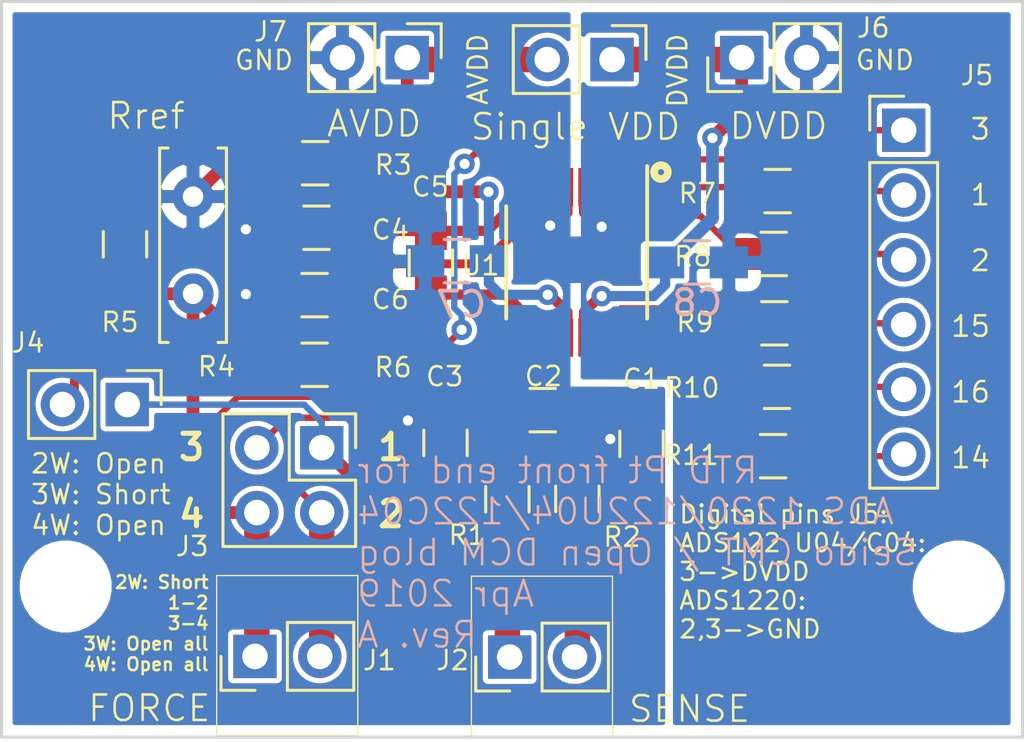
<source format=kicad_pcb>
(kicad_pcb (version 20171130) (host pcbnew 5.1.2-f72e74a~84~ubuntu14.04.1)

  (general
    (thickness 1.6)
    (drawings 22)
    (tracks 191)
    (zones 0)
    (modules 30)
    (nets 24)
  )

  (page A4)
  (layers
    (0 F.Cu signal)
    (31 B.Cu signal)
    (32 B.Adhes user)
    (33 F.Adhes user)
    (34 B.Paste user)
    (35 F.Paste user)
    (36 B.SilkS user)
    (37 F.SilkS user)
    (38 B.Mask user)
    (39 F.Mask user)
    (40 Dwgs.User user)
    (41 Cmts.User user)
    (42 Eco1.User user)
    (43 Eco2.User user)
    (44 Edge.Cuts user)
    (45 Margin user)
    (46 B.CrtYd user)
    (47 F.CrtYd user)
    (48 B.Fab user hide)
    (49 F.Fab user hide)
  )

  (setup
    (last_trace_width 0.25)
    (trace_clearance 0.2)
    (zone_clearance 0.2)
    (zone_45_only no)
    (trace_min 0.2)
    (via_size 0.8)
    (via_drill 0.4)
    (via_min_size 0.4)
    (via_min_drill 0.3)
    (uvia_size 0.3)
    (uvia_drill 0.1)
    (uvias_allowed no)
    (uvia_min_size 0.2)
    (uvia_min_drill 0.1)
    (edge_width 0.05)
    (segment_width 0.2)
    (pcb_text_width 0.3)
    (pcb_text_size 1.5 1.5)
    (mod_edge_width 0.12)
    (mod_text_size 1 1)
    (mod_text_width 0.15)
    (pad_size 3.2 3.2)
    (pad_drill 3.2)
    (pad_to_mask_clearance 0.051)
    (solder_mask_min_width 0.25)
    (aux_axis_origin 0 0)
    (visible_elements FFFFFF7F)
    (pcbplotparams
      (layerselection 0x010fc_ffffffff)
      (usegerberextensions false)
      (usegerberattributes false)
      (usegerberadvancedattributes false)
      (creategerberjobfile false)
      (excludeedgelayer true)
      (linewidth 0.100000)
      (plotframeref false)
      (viasonmask false)
      (mode 1)
      (useauxorigin false)
      (hpglpennumber 1)
      (hpglpenspeed 20)
      (hpglpendiameter 15.000000)
      (psnegative false)
      (psa4output false)
      (plotreference true)
      (plotvalue true)
      (plotinvisibletext false)
      (padsonsilk false)
      (subtractmaskfromsilk false)
      (outputformat 1)
      (mirror false)
      (drillshape 1)
      (scaleselection 1)
      (outputdirectory ""))
  )

  (net 0 "")
  (net 1 GND)
  (net 2 AVDD)
  (net 3 AIN3)
  (net 4 AIN2)
  (net 5 AIN0)
  (net 6 AIN1)
  (net 7 REFN0)
  (net 8 REFP0)
  (net 9 DVDD)
  (net 10 "Net-(J2-Pad2)")
  (net 11 "Net-(J2-Pad1)")
  (net 12 "Net-(J5-Pad1)")
  (net 13 "Net-(J5-Pad2)")
  (net 14 "Net-(J5-Pad3)")
  (net 15 "Net-(J5-Pad4)")
  (net 16 "Net-(R7-Pad2)")
  (net 17 "Net-(R8-Pad2)")
  (net 18 "Net-(R9-Pad2)")
  (net 19 "Net-(J1-Pad1)")
  (net 20 "Net-(J5-Pad5)")
  (net 21 "Net-(J5-Pad6)")
  (net 22 "Net-(R10-Pad2)")
  (net 23 "Net-(R11-Pad2)")

  (net_class Default "This is the default net class."
    (clearance 0.2)
    (trace_width 0.25)
    (via_dia 0.8)
    (via_drill 0.4)
    (uvia_dia 0.3)
    (uvia_drill 0.1)
    (add_net AIN0)
    (add_net AIN1)
    (add_net AIN2)
    (add_net AIN3)
    (add_net AVDD)
    (add_net DVDD)
    (add_net GND)
    (add_net "Net-(J1-Pad1)")
    (add_net "Net-(J2-Pad1)")
    (add_net "Net-(J2-Pad2)")
    (add_net "Net-(J5-Pad1)")
    (add_net "Net-(J5-Pad2)")
    (add_net "Net-(J5-Pad3)")
    (add_net "Net-(J5-Pad4)")
    (add_net "Net-(J5-Pad5)")
    (add_net "Net-(J5-Pad6)")
    (add_net "Net-(R10-Pad2)")
    (add_net "Net-(R11-Pad2)")
    (add_net "Net-(R7-Pad2)")
    (add_net "Net-(R8-Pad2)")
    (add_net "Net-(R9-Pad2)")
    (add_net REFN0)
    (add_net REFP0)
  )

  (module ads122x:0805 (layer F.Cu) (tedit 5CC0A776) (tstamp 5CC62F0B)
    (at 150.4823 123.2662 180)
    (descr "Capacitor SMD 0805, hand soldering")
    (tags "capacitor 0805")
    (path /5CC62FFC)
    (attr smd)
    (fp_text reference R8 (at 3.175 -0.1016) (layer F.SilkS)
      (effects (font (size 0.75 0.75) (thickness 0.1)))
    )
    (fp_text value R (at -0.01 3.38) (layer F.Fab)
      (effects (font (size 1 1) (thickness 0.15)))
    )
    (fp_line (start 2.25 0.87) (end -2.25 0.87) (layer F.CrtYd) (width 0.05))
    (fp_line (start 2.25 0.87) (end 2.25 -0.88) (layer F.CrtYd) (width 0.05))
    (fp_line (start -2.25 -0.88) (end -2.25 0.87) (layer F.CrtYd) (width 0.05))
    (fp_line (start -2.25 -0.88) (end 2.25 -0.88) (layer F.CrtYd) (width 0.05))
    (fp_line (start -0.5 0.85) (end 0.5 0.85) (layer F.SilkS) (width 0.12))
    (fp_line (start 0.5 -0.85) (end -0.5 -0.85) (layer F.SilkS) (width 0.12))
    (fp_line (start -1 -0.62) (end 1 -0.62) (layer F.Fab) (width 0.1))
    (fp_line (start 1 -0.62) (end 1 0.62) (layer F.Fab) (width 0.1))
    (fp_line (start 1 0.62) (end -1 0.62) (layer F.Fab) (width 0.1))
    (fp_line (start -1 0.62) (end -1 -0.62) (layer F.Fab) (width 0.1))
    (fp_text user %R (at 0 -1.75) (layer F.Fab)
      (effects (font (size 1 1) (thickness 0.15)))
    )
    (pad 2 smd rect (at 1.25 0 180) (size 1.5 1.25) (layers F.Cu F.Paste F.Mask)
      (net 17 "Net-(R8-Pad2)"))
    (pad 1 smd rect (at -1.25 0 180) (size 1.5 1.25) (layers F.Cu F.Paste F.Mask)
      (net 14 "Net-(J5-Pad3)"))
    (model Capacitors_SMD.3dshapes/C_0805.wrl
      (at (xyz 0 0 0))
      (scale (xyz 1 1 1))
      (rotate (xyz 0 0 0))
    )
  )

  (module ads122x:0805 (layer F.Cu) (tedit 5CC0A776) (tstamp 5CC62F3B)
    (at 150.6347 120.8024 180)
    (descr "Capacitor SMD 0805, hand soldering")
    (tags "capacitor 0805")
    (path /5CC63C35)
    (attr smd)
    (fp_text reference R7 (at 3.1496 -0.0889) (layer F.SilkS)
      (effects (font (size 0.75 0.75) (thickness 0.1)))
    )
    (fp_text value R (at -0.01 3.38) (layer F.Fab)
      (effects (font (size 1 1) (thickness 0.15)))
    )
    (fp_line (start 2.25 0.87) (end -2.25 0.87) (layer F.CrtYd) (width 0.05))
    (fp_line (start 2.25 0.87) (end 2.25 -0.88) (layer F.CrtYd) (width 0.05))
    (fp_line (start -2.25 -0.88) (end -2.25 0.87) (layer F.CrtYd) (width 0.05))
    (fp_line (start -2.25 -0.88) (end 2.25 -0.88) (layer F.CrtYd) (width 0.05))
    (fp_line (start -0.5 0.85) (end 0.5 0.85) (layer F.SilkS) (width 0.12))
    (fp_line (start 0.5 -0.85) (end -0.5 -0.85) (layer F.SilkS) (width 0.12))
    (fp_line (start -1 -0.62) (end 1 -0.62) (layer F.Fab) (width 0.1))
    (fp_line (start 1 -0.62) (end 1 0.62) (layer F.Fab) (width 0.1))
    (fp_line (start 1 0.62) (end -1 0.62) (layer F.Fab) (width 0.1))
    (fp_line (start -1 0.62) (end -1 -0.62) (layer F.Fab) (width 0.1))
    (fp_text user %R (at 0 -1.75) (layer F.Fab)
      (effects (font (size 1 1) (thickness 0.15)))
    )
    (pad 2 smd rect (at 1.25 0 180) (size 1.5 1.25) (layers F.Cu F.Paste F.Mask)
      (net 16 "Net-(R7-Pad2)"))
    (pad 1 smd rect (at -1.25 0 180) (size 1.5 1.25) (layers F.Cu F.Paste F.Mask)
      (net 13 "Net-(J5-Pad2)"))
    (model Capacitors_SMD.3dshapes/C_0805.wrl
      (at (xyz 0 0 0))
      (scale (xyz 1 1 1))
      (rotate (xyz 0 0 0))
    )
  )

  (module ads122x:Pin_Header_Straight_1x06_Pitch2.54mm (layer F.Cu) (tedit 59650532) (tstamp 5CC62F74)
    (at 155.575 118.4148)
    (descr "Through hole straight pin header, 1x06, 2.54mm pitch, single row")
    (tags "Through hole pin header THT 1x06 2.54mm single row")
    (path /5CDC02B8)
    (fp_text reference J5 (at 2.87274 -2.1463) (layer F.SilkS)
      (effects (font (size 0.75 0.75) (thickness 0.1)))
    )
    (fp_text value Conn_01x06 (at 0 15.03) (layer F.Fab)
      (effects (font (size 1 1) (thickness 0.15)))
    )
    (fp_text user %R (at 0 6.35 90) (layer F.Fab)
      (effects (font (size 1 1) (thickness 0.15)))
    )
    (fp_line (start 1.8 -1.8) (end -1.8 -1.8) (layer F.CrtYd) (width 0.05))
    (fp_line (start 1.8 14.5) (end 1.8 -1.8) (layer F.CrtYd) (width 0.05))
    (fp_line (start -1.8 14.5) (end 1.8 14.5) (layer F.CrtYd) (width 0.05))
    (fp_line (start -1.8 -1.8) (end -1.8 14.5) (layer F.CrtYd) (width 0.05))
    (fp_line (start -1.33 -1.33) (end 0 -1.33) (layer F.SilkS) (width 0.12))
    (fp_line (start -1.33 0) (end -1.33 -1.33) (layer F.SilkS) (width 0.12))
    (fp_line (start -1.33 1.27) (end 1.33 1.27) (layer F.SilkS) (width 0.12))
    (fp_line (start 1.33 1.27) (end 1.33 14.03) (layer F.SilkS) (width 0.12))
    (fp_line (start -1.33 1.27) (end -1.33 14.03) (layer F.SilkS) (width 0.12))
    (fp_line (start -1.33 14.03) (end 1.33 14.03) (layer F.SilkS) (width 0.12))
    (fp_line (start -1.27 -0.635) (end -0.635 -1.27) (layer F.Fab) (width 0.1))
    (fp_line (start -1.27 13.97) (end -1.27 -0.635) (layer F.Fab) (width 0.1))
    (fp_line (start 1.27 13.97) (end -1.27 13.97) (layer F.Fab) (width 0.1))
    (fp_line (start 1.27 -1.27) (end 1.27 13.97) (layer F.Fab) (width 0.1))
    (fp_line (start -0.635 -1.27) (end 1.27 -1.27) (layer F.Fab) (width 0.1))
    (pad 6 thru_hole oval (at 0 12.7) (size 1.7 1.7) (drill 1) (layers *.Cu *.Mask)
      (net 21 "Net-(J5-Pad6)"))
    (pad 5 thru_hole oval (at 0 10.16) (size 1.7 1.7) (drill 1) (layers *.Cu *.Mask)
      (net 20 "Net-(J5-Pad5)"))
    (pad 4 thru_hole oval (at 0 7.62) (size 1.7 1.7) (drill 1) (layers *.Cu *.Mask)
      (net 15 "Net-(J5-Pad4)"))
    (pad 3 thru_hole oval (at 0 5.08) (size 1.7 1.7) (drill 1) (layers *.Cu *.Mask)
      (net 14 "Net-(J5-Pad3)"))
    (pad 2 thru_hole oval (at 0 2.54) (size 1.7 1.7) (drill 1) (layers *.Cu *.Mask)
      (net 13 "Net-(J5-Pad2)"))
    (pad 1 thru_hole rect (at 0 0) (size 1.7 1.7) (drill 1) (layers *.Cu *.Mask)
      (net 12 "Net-(J5-Pad1)"))
    (model ${KISYS3DMOD}/Pin_Headers.3dshapes/Pin_Header_Straight_1x06_Pitch2.54mm.wrl
      (at (xyz 0 0 0))
      (scale (xyz 1 1 1))
      (rotate (xyz 0 0 0))
    )
  )

  (module ads122x:MountingHole_3.2mm_M3 (layer F.Cu) (tedit 5CC5D0B5) (tstamp 5CC625DA)
    (at 157.7328 136.3)
    (descr "Mounting Hole 3.2mm, no annular, M3")
    (tags "mounting hole 3.2mm no annular m3")
    (path /5CC88FFA)
    (attr virtual)
    (fp_text reference H2 (at 0 -4.2) (layer F.SilkS) hide
      (effects (font (size 0.75 0.75) (thickness 0.1)))
    )
    (fp_text value MountingHole (at 0 4.2) (layer F.Fab)
      (effects (font (size 1 1) (thickness 0.15)))
    )
    (fp_text user %R (at 0.3 0) (layer F.Fab)
      (effects (font (size 1 1) (thickness 0.15)))
    )
    (fp_circle (center 0 0) (end 1.6 0) (layer Cmts.User) (width 0.15))
    (fp_circle (center 0 0) (end 1.725 0) (layer F.CrtYd) (width 0.05))
    (pad 1 np_thru_hole circle (at 0 0) (size 3.2 3.2) (drill 3.2) (layers *.Cu *.Mask))
  )

  (module ads122x:MountingHole_3.2mm_M3 (layer F.Cu) (tedit 5CC5D0B5) (tstamp 5CC624F1)
    (at 122.7328 136.3)
    (descr "Mounting Hole 3.2mm, no annular, M3")
    (tags "mounting hole 3.2mm no annular m3")
    (path /5CC88C6F)
    (attr virtual)
    (fp_text reference H1 (at 0 -4.2) (layer F.SilkS) hide
      (effects (font (size 0.75 0.75) (thickness 0.1)))
    )
    (fp_text value MountingHole (at -1.9304 -5.1435) (layer F.Fab)
      (effects (font (size 1 1) (thickness 0.15)))
    )
    (fp_text user %R (at 0.3 0) (layer F.Fab)
      (effects (font (size 1 1) (thickness 0.15)))
    )
    (fp_circle (center 0 0) (end 1.6 0) (layer Cmts.User) (width 0.15))
    (fp_circle (center 0 0) (end 1.725 0) (layer F.CrtYd) (width 0.05))
    (pad 1 np_thru_hole circle (at 0 0) (size 3.2 3.2) (drill 3.2) (layers *.Cu *.Mask))
  )

  (module ads122x:PCB_Terminal_2_2.54 (layer F.Cu) (tedit 5CC3EEEF) (tstamp 5CC31C60)
    (at 138.6332 142.1638 90)
    (descr "Through hole straight pin header, 1x02, 2.54mm pitch, single row")
    (tags "Through hole pin header THT 1x02 2.54mm single row")
    (path /5CC14FA8)
    (fp_text reference J2 (at 2.9718 -0.7366) (layer F.SilkS)
      (effects (font (size 0.75 0.75) (thickness 0.1)))
    )
    (fp_text value Conn_01x02 (at 5.27304 2.67716) (layer F.Fab)
      (effects (font (size 1 1) (thickness 0.15)))
    )
    (fp_text user %R (at 0.95 2.82) (layer F.Fab)
      (effects (font (size 1 1) (thickness 0.15)))
    )
    (fp_line (start 6.27 0) (end 0 0) (layer F.SilkS) (width 0.05))
    (fp_line (start 6.27 5.53) (end 6.27 0) (layer F.SilkS) (width 0.05))
    (fp_line (start 0 5.53) (end 6.27 5.53) (layer F.SilkS) (width 0.05))
    (fp_line (start 0 0) (end 0 5.53) (layer F.SilkS) (width 0.05))
    (fp_line (start 1.77 0.17) (end 3.1 0.17) (layer F.SilkS) (width 0.12))
    (fp_line (start 1.77 1.5) (end 1.77 0.17) (layer F.SilkS) (width 0.12))
    (fp_line (start 1.77 2.77) (end 4.43 2.77) (layer F.SilkS) (width 0.12))
    (fp_line (start 4.43 2.77) (end 4.43 5.37) (layer F.SilkS) (width 0.12))
    (fp_line (start 1.77 2.77) (end 1.77 5.37) (layer F.SilkS) (width 0.12))
    (fp_line (start 1.77 5.37) (end 4.43 5.37) (layer F.SilkS) (width 0.12))
    (fp_line (start 1.83 0.865) (end 2.465 0.23) (layer F.Fab) (width 0.1))
    (fp_line (start 1.83 5.31) (end 1.83 0.865) (layer F.Fab) (width 0.1))
    (fp_line (start 4.37 5.31) (end 1.83 5.31) (layer F.Fab) (width 0.1))
    (fp_line (start 4.37 0.23) (end 4.37 5.31) (layer F.Fab) (width 0.1))
    (fp_line (start 2.465 0.23) (end 4.37 0.23) (layer F.Fab) (width 0.1))
    (pad 2 thru_hole oval (at 3.1 4.04 90) (size 1.7 1.7) (drill 1) (layers *.Cu *.Mask)
      (net 10 "Net-(J2-Pad2)"))
    (pad 1 thru_hole rect (at 3.1 1.5 90) (size 1.7 1.7) (drill 1) (layers *.Cu *.Mask)
      (net 11 "Net-(J2-Pad1)"))
    (model ${KISYS3DMOD}/Pin_Headers.3dshapes/Pin_Header_Straight_1x02_Pitch2.54mm.wrl
      (at (xyz 0 0 0))
      (scale (xyz 1 1 1))
      (rotate (xyz 0 0 0))
    )
  )

  (module ads122x:PCB_Terminal_2_2.54 (layer F.Cu) (tedit 5CC3EEEF) (tstamp 5CC0B0D3)
    (at 128.651 142.1384 90)
    (descr "Through hole straight pin header, 1x02, 2.54mm pitch, single row")
    (tags "Through hole pin header THT 1x02 2.54mm single row")
    (path /5CC13D54)
    (fp_text reference J1 (at 2.9464 6.3754) (layer F.SilkS)
      (effects (font (size 0.75 0.75) (thickness 0.1)))
    )
    (fp_text value Conn_01x02 (at 5.27304 2.67716) (layer F.Fab)
      (effects (font (size 1 1) (thickness 0.15)))
    )
    (fp_line (start 2.465 0.23) (end 4.37 0.23) (layer F.Fab) (width 0.1))
    (fp_line (start 4.37 0.23) (end 4.37 5.31) (layer F.Fab) (width 0.1))
    (fp_line (start 4.37 5.31) (end 1.83 5.31) (layer F.Fab) (width 0.1))
    (fp_line (start 1.83 5.31) (end 1.83 0.865) (layer F.Fab) (width 0.1))
    (fp_line (start 1.83 0.865) (end 2.465 0.23) (layer F.Fab) (width 0.1))
    (fp_line (start 1.77 5.37) (end 4.43 5.37) (layer F.SilkS) (width 0.12))
    (fp_line (start 1.77 2.77) (end 1.77 5.37) (layer F.SilkS) (width 0.12))
    (fp_line (start 4.43 2.77) (end 4.43 5.37) (layer F.SilkS) (width 0.12))
    (fp_line (start 1.77 2.77) (end 4.43 2.77) (layer F.SilkS) (width 0.12))
    (fp_line (start 1.77 1.5) (end 1.77 0.17) (layer F.SilkS) (width 0.12))
    (fp_line (start 1.77 0.17) (end 3.1 0.17) (layer F.SilkS) (width 0.12))
    (fp_line (start 0 0) (end 0 5.53) (layer F.SilkS) (width 0.05))
    (fp_line (start 0 5.53) (end 6.27 5.53) (layer F.SilkS) (width 0.05))
    (fp_line (start 6.27 5.53) (end 6.27 0) (layer F.SilkS) (width 0.05))
    (fp_line (start 6.27 0) (end 0 0) (layer F.SilkS) (width 0.05))
    (fp_text user %R (at 0.95 2.82) (layer F.Fab)
      (effects (font (size 1 1) (thickness 0.15)))
    )
    (pad 1 thru_hole rect (at 3.1 1.5 90) (size 1.7 1.7) (drill 1) (layers *.Cu *.Mask)
      (net 19 "Net-(J1-Pad1)"))
    (pad 2 thru_hole oval (at 3.1 4.04 90) (size 1.7 1.7) (drill 1) (layers *.Cu *.Mask)
      (net 3 AIN3))
    (model ${KISYS3DMOD}/Pin_Headers.3dshapes/Pin_Header_Straight_1x02_Pitch2.54mm.wrl
      (at (xyz 0 0 0))
      (scale (xyz 1 1 1))
      (rotate (xyz 0 0 0))
    )
  )

  (module ads122x:TSSOP-16_4.4x5mm_Pitch0.65mm (layer F.Cu) (tedit 54130A77) (tstamp 5CC0B1F5)
    (at 142.7226 123.5964 270)
    (descr "16-Lead Plastic Thin Shrink Small Outline (ST)-4.4 mm Body [TSSOP] (see Microchip Packaging Specification 00000049BS.pdf)")
    (tags "SSOP 0.65")
    (path /5CBC5378)
    (attr smd)
    (fp_text reference U1 (at 0.11938 3.7338 180) (layer F.SilkS)
      (effects (font (size 0.75 0.75) (thickness 0.1)))
    )
    (fp_text value ads122x (at 0 3.55 90) (layer F.Fab)
      (effects (font (size 1 1) (thickness 0.15)))
    )
    (fp_line (start -1.2 -2.5) (end 2.2 -2.5) (layer F.Fab) (width 0.15))
    (fp_line (start 2.2 -2.5) (end 2.2 2.5) (layer F.Fab) (width 0.15))
    (fp_line (start 2.2 2.5) (end -2.2 2.5) (layer F.Fab) (width 0.15))
    (fp_line (start -2.2 2.5) (end -2.2 -1.5) (layer F.Fab) (width 0.15))
    (fp_line (start -2.2 -1.5) (end -1.2 -2.5) (layer F.Fab) (width 0.15))
    (fp_line (start -3.95 -2.9) (end -3.95 2.8) (layer F.CrtYd) (width 0.05))
    (fp_line (start 3.95 -2.9) (end 3.95 2.8) (layer F.CrtYd) (width 0.05))
    (fp_line (start -3.95 -2.9) (end 3.95 -2.9) (layer F.CrtYd) (width 0.05))
    (fp_line (start -3.95 2.8) (end 3.95 2.8) (layer F.CrtYd) (width 0.05))
    (fp_line (start -2.2 2.725) (end 2.2 2.725) (layer F.SilkS) (width 0.15))
    (fp_line (start -3.775 -2.8) (end 2.2 -2.8) (layer F.SilkS) (width 0.15))
    (fp_text user %R (at 0 0 90) (layer F.Fab)
      (effects (font (size 0.8 0.8) (thickness 0.15)))
    )
    (pad 1 smd rect (at -2.95 -2.275 270) (size 1.5 0.45) (layers F.Cu F.Paste F.Mask)
      (net 16 "Net-(R7-Pad2)"))
    (pad 2 smd rect (at -2.95 -1.625 270) (size 1.5 0.45) (layers F.Cu F.Paste F.Mask)
      (net 17 "Net-(R8-Pad2)"))
    (pad 3 smd rect (at -2.95 -0.975 270) (size 1.5 0.45) (layers F.Cu F.Paste F.Mask)
      (net 12 "Net-(J5-Pad1)"))
    (pad 4 smd rect (at -2.95 -0.325 270) (size 1.5 0.45) (layers F.Cu F.Paste F.Mask)
      (net 1 GND))
    (pad 5 smd rect (at -2.95 0.325 270) (size 1.5 0.45) (layers F.Cu F.Paste F.Mask)
      (net 1 GND))
    (pad 6 smd rect (at -2.95 0.975 270) (size 1.5 0.45) (layers F.Cu F.Paste F.Mask)
      (net 3 AIN3))
    (pad 7 smd rect (at -2.95 1.625 270) (size 1.5 0.45) (layers F.Cu F.Paste F.Mask)
      (net 4 AIN2))
    (pad 8 smd rect (at -2.95 2.275 270) (size 1.5 0.45) (layers F.Cu F.Paste F.Mask)
      (net 7 REFN0))
    (pad 9 smd rect (at 2.95 2.275 270) (size 1.5 0.45) (layers F.Cu F.Paste F.Mask)
      (net 8 REFP0))
    (pad 10 smd rect (at 2.95 1.625 270) (size 1.5 0.45) (layers F.Cu F.Paste F.Mask)
      (net 6 AIN1))
    (pad 11 smd rect (at 2.95 0.975 270) (size 1.5 0.45) (layers F.Cu F.Paste F.Mask)
      (net 5 AIN0))
    (pad 12 smd rect (at 2.95 0.325 270) (size 1.5 0.45) (layers F.Cu F.Paste F.Mask)
      (net 2 AVDD))
    (pad 13 smd rect (at 2.95 -0.325 270) (size 1.5 0.45) (layers F.Cu F.Paste F.Mask)
      (net 9 DVDD))
    (pad 14 smd rect (at 2.95 -0.975 270) (size 1.5 0.45) (layers F.Cu F.Paste F.Mask)
      (net 23 "Net-(R11-Pad2)"))
    (pad 15 smd rect (at 2.95 -1.625 270) (size 1.5 0.45) (layers F.Cu F.Paste F.Mask)
      (net 18 "Net-(R9-Pad2)"))
    (pad 16 smd rect (at 2.95 -2.275 270) (size 1.5 0.45) (layers F.Cu F.Paste F.Mask)
      (net 22 "Net-(R10-Pad2)"))
    (model ${KISYS3DMOD}/Housings_SSOP.3dshapes/TSSOP-16_4.4x5mm_Pitch0.65mm.wrl
      (at (xyz 0 0 0))
      (scale (xyz 1 1 1))
      (rotate (xyz 0 0 0))
    )
  )

  (module ads122x:0805 (layer F.Cu) (tedit 5CC0A776) (tstamp 5CC62E66)
    (at 150.6093 128.4732 180)
    (descr "Capacitor SMD 0805, hand soldering")
    (tags "capacitor 0805")
    (path /5CDE823B)
    (attr smd)
    (fp_text reference R10 (at 3.3401 -0.0381) (layer F.SilkS)
      (effects (font (size 0.75 0.75) (thickness 0.1)))
    )
    (fp_text value R (at -0.01 3.38) (layer F.Fab)
      (effects (font (size 1 1) (thickness 0.15)))
    )
    (fp_line (start 2.25 0.87) (end -2.25 0.87) (layer F.CrtYd) (width 0.05))
    (fp_line (start 2.25 0.87) (end 2.25 -0.88) (layer F.CrtYd) (width 0.05))
    (fp_line (start -2.25 -0.88) (end -2.25 0.87) (layer F.CrtYd) (width 0.05))
    (fp_line (start -2.25 -0.88) (end 2.25 -0.88) (layer F.CrtYd) (width 0.05))
    (fp_line (start -0.5 0.85) (end 0.5 0.85) (layer F.SilkS) (width 0.12))
    (fp_line (start 0.5 -0.85) (end -0.5 -0.85) (layer F.SilkS) (width 0.12))
    (fp_line (start -1 -0.62) (end 1 -0.62) (layer F.Fab) (width 0.1))
    (fp_line (start 1 -0.62) (end 1 0.62) (layer F.Fab) (width 0.1))
    (fp_line (start 1 0.62) (end -1 0.62) (layer F.Fab) (width 0.1))
    (fp_line (start -1 0.62) (end -1 -0.62) (layer F.Fab) (width 0.1))
    (fp_text user %R (at 0 -1.75) (layer F.Fab)
      (effects (font (size 1 1) (thickness 0.15)))
    )
    (pad 2 smd rect (at 1.25 0 180) (size 1.5 1.25) (layers F.Cu F.Paste F.Mask)
      (net 22 "Net-(R10-Pad2)"))
    (pad 1 smd rect (at -1.25 0 180) (size 1.5 1.25) (layers F.Cu F.Paste F.Mask)
      (net 20 "Net-(J5-Pad5)"))
    (model Capacitors_SMD.3dshapes/C_0805.wrl
      (at (xyz 0 0 0))
      (scale (xyz 1 1 1))
      (rotate (xyz 0 0 0))
    )
  )

  (module ads122x:0805 (layer F.Cu) (tedit 5CC0A776) (tstamp 5CC62FB9)
    (at 150.5077 125.984 180)
    (descr "Capacitor SMD 0805, hand soldering")
    (tags "capacitor 0805")
    (path /5CDCBECE)
    (attr smd)
    (fp_text reference R9 (at 3.1115 0.0381) (layer F.SilkS)
      (effects (font (size 0.75 0.75) (thickness 0.1)))
    )
    (fp_text value R (at -0.01 3.38) (layer F.Fab)
      (effects (font (size 1 1) (thickness 0.15)))
    )
    (fp_line (start 2.25 0.87) (end -2.25 0.87) (layer F.CrtYd) (width 0.05))
    (fp_line (start 2.25 0.87) (end 2.25 -0.88) (layer F.CrtYd) (width 0.05))
    (fp_line (start -2.25 -0.88) (end -2.25 0.87) (layer F.CrtYd) (width 0.05))
    (fp_line (start -2.25 -0.88) (end 2.25 -0.88) (layer F.CrtYd) (width 0.05))
    (fp_line (start -0.5 0.85) (end 0.5 0.85) (layer F.SilkS) (width 0.12))
    (fp_line (start 0.5 -0.85) (end -0.5 -0.85) (layer F.SilkS) (width 0.12))
    (fp_line (start -1 -0.62) (end 1 -0.62) (layer F.Fab) (width 0.1))
    (fp_line (start 1 -0.62) (end 1 0.62) (layer F.Fab) (width 0.1))
    (fp_line (start 1 0.62) (end -1 0.62) (layer F.Fab) (width 0.1))
    (fp_line (start -1 0.62) (end -1 -0.62) (layer F.Fab) (width 0.1))
    (fp_text user %R (at 0 -1.75) (layer F.Fab)
      (effects (font (size 1 1) (thickness 0.15)))
    )
    (pad 2 smd rect (at 1.25 0 180) (size 1.5 1.25) (layers F.Cu F.Paste F.Mask)
      (net 18 "Net-(R9-Pad2)"))
    (pad 1 smd rect (at -1.25 0 180) (size 1.5 1.25) (layers F.Cu F.Paste F.Mask)
      (net 15 "Net-(J5-Pad4)"))
    (model Capacitors_SMD.3dshapes/C_0805.wrl
      (at (xyz 0 0 0))
      (scale (xyz 1 1 1))
      (rotate (xyz 0 0 0))
    )
  )

  (module ads122x:Pin_Header_Straight_1x02_Pitch2.54mm (layer F.Cu) (tedit 59650532) (tstamp 5CC2CDCC)
    (at 144.145 115.6462 270)
    (descr "Through hole straight pin header, 1x02, 2.54mm pitch, single row")
    (tags "Through hole pin header THT 1x02 2.54mm single row")
    (path /5CD52680)
    (fp_text reference J8 (at -1.2446 -2.3114) (layer F.SilkS) hide
      (effects (font (size 0.75 0.75) (thickness 0.1)))
    )
    (fp_text value "Single Supply" (at -3.6703 0.381) (layer F.Fab)
      (effects (font (size 1 1) (thickness 0.15)))
    )
    (fp_text user %R (at 0 1.27 180) (layer F.Fab)
      (effects (font (size 1 1) (thickness 0.15)))
    )
    (fp_line (start 1.8 -1.8) (end -1.8 -1.8) (layer F.CrtYd) (width 0.05))
    (fp_line (start 1.8 4.35) (end 1.8 -1.8) (layer F.CrtYd) (width 0.05))
    (fp_line (start -1.8 4.35) (end 1.8 4.35) (layer F.CrtYd) (width 0.05))
    (fp_line (start -1.8 -1.8) (end -1.8 4.35) (layer F.CrtYd) (width 0.05))
    (fp_line (start -1.33 -1.33) (end 0 -1.33) (layer F.SilkS) (width 0.12))
    (fp_line (start -1.33 0) (end -1.33 -1.33) (layer F.SilkS) (width 0.12))
    (fp_line (start -1.33 1.27) (end 1.33 1.27) (layer F.SilkS) (width 0.12))
    (fp_line (start 1.33 1.27) (end 1.33 3.87) (layer F.SilkS) (width 0.12))
    (fp_line (start -1.33 1.27) (end -1.33 3.87) (layer F.SilkS) (width 0.12))
    (fp_line (start -1.33 3.87) (end 1.33 3.87) (layer F.SilkS) (width 0.12))
    (fp_line (start -1.27 -0.635) (end -0.635 -1.27) (layer F.Fab) (width 0.1))
    (fp_line (start -1.27 3.81) (end -1.27 -0.635) (layer F.Fab) (width 0.1))
    (fp_line (start 1.27 3.81) (end -1.27 3.81) (layer F.Fab) (width 0.1))
    (fp_line (start 1.27 -1.27) (end 1.27 3.81) (layer F.Fab) (width 0.1))
    (fp_line (start -0.635 -1.27) (end 1.27 -1.27) (layer F.Fab) (width 0.1))
    (pad 2 thru_hole oval (at 0 2.54 270) (size 1.7 1.7) (drill 1) (layers *.Cu *.Mask)
      (net 2 AVDD))
    (pad 1 thru_hole rect (at 0 0 270) (size 1.7 1.7) (drill 1) (layers *.Cu *.Mask)
      (net 9 DVDD))
    (model ${KISYS3DMOD}/Pin_Headers.3dshapes/Pin_Header_Straight_1x02_Pitch2.54mm.wrl
      (at (xyz 0 0 0))
      (scale (xyz 1 1 1))
      (rotate (xyz 0 0 0))
    )
  )

  (module ads122x:Pin_Header_Straight_1x02_Pitch2.54mm (layer F.Cu) (tedit 59650532) (tstamp 5CC2CDB6)
    (at 136.1186 115.57 270)
    (descr "Through hole straight pin header, 1x02, 2.54mm pitch, single row")
    (tags "Through hole pin header THT 1x02 2.54mm single row")
    (path /5CD32EC9)
    (fp_text reference J7 (at -1.016 5.3594 180) (layer F.SilkS)
      (effects (font (size 0.75 0.75) (thickness 0.1)))
    )
    (fp_text value "Analog Supply" (at -3.5814 5.842 180) (layer F.Fab)
      (effects (font (size 1 1) (thickness 0.15)))
    )
    (fp_text user %R (at 0 1.27) (layer F.Fab)
      (effects (font (size 1 1) (thickness 0.15)))
    )
    (fp_line (start 1.8 -1.8) (end -1.8 -1.8) (layer F.CrtYd) (width 0.05))
    (fp_line (start 1.8 4.35) (end 1.8 -1.8) (layer F.CrtYd) (width 0.05))
    (fp_line (start -1.8 4.35) (end 1.8 4.35) (layer F.CrtYd) (width 0.05))
    (fp_line (start -1.8 -1.8) (end -1.8 4.35) (layer F.CrtYd) (width 0.05))
    (fp_line (start -1.33 -1.33) (end 0 -1.33) (layer F.SilkS) (width 0.12))
    (fp_line (start -1.33 0) (end -1.33 -1.33) (layer F.SilkS) (width 0.12))
    (fp_line (start -1.33 1.27) (end 1.33 1.27) (layer F.SilkS) (width 0.12))
    (fp_line (start 1.33 1.27) (end 1.33 3.87) (layer F.SilkS) (width 0.12))
    (fp_line (start -1.33 1.27) (end -1.33 3.87) (layer F.SilkS) (width 0.12))
    (fp_line (start -1.33 3.87) (end 1.33 3.87) (layer F.SilkS) (width 0.12))
    (fp_line (start -1.27 -0.635) (end -0.635 -1.27) (layer F.Fab) (width 0.1))
    (fp_line (start -1.27 3.81) (end -1.27 -0.635) (layer F.Fab) (width 0.1))
    (fp_line (start 1.27 3.81) (end -1.27 3.81) (layer F.Fab) (width 0.1))
    (fp_line (start 1.27 -1.27) (end 1.27 3.81) (layer F.Fab) (width 0.1))
    (fp_line (start -0.635 -1.27) (end 1.27 -1.27) (layer F.Fab) (width 0.1))
    (pad 2 thru_hole oval (at 0 2.54 270) (size 1.7 1.7) (drill 1) (layers *.Cu *.Mask)
      (net 1 GND))
    (pad 1 thru_hole rect (at 0 0 270) (size 1.7 1.7) (drill 1) (layers *.Cu *.Mask)
      (net 2 AVDD))
    (model ${KISYS3DMOD}/Pin_Headers.3dshapes/Pin_Header_Straight_1x02_Pitch2.54mm.wrl
      (at (xyz 0 0 0))
      (scale (xyz 1 1 1))
      (rotate (xyz 0 0 0))
    )
  )

  (module ads122x:Pin_Header_Straight_1x02_Pitch2.54mm (layer F.Cu) (tedit 59650532) (tstamp 5CC2CC4E)
    (at 125.1458 129.16662 270)
    (descr "Through hole straight pin header, 1x02, 2.54mm pitch, single row")
    (tags "Through hole pin header THT 1x02 2.54mm single row")
    (path /5CC766A8)
    (fp_text reference J4 (at -2.42062 3.8862 180) (layer F.SilkS)
      (effects (font (size 0.75 0.75) (thickness 0.1)))
    )
    (fp_text value Conn_01x02 (at 3.8354 1.6002) (layer F.Fab)
      (effects (font (size 1 1) (thickness 0.15)))
    )
    (fp_line (start -0.635 -1.27) (end 1.27 -1.27) (layer F.Fab) (width 0.1))
    (fp_line (start 1.27 -1.27) (end 1.27 3.81) (layer F.Fab) (width 0.1))
    (fp_line (start 1.27 3.81) (end -1.27 3.81) (layer F.Fab) (width 0.1))
    (fp_line (start -1.27 3.81) (end -1.27 -0.635) (layer F.Fab) (width 0.1))
    (fp_line (start -1.27 -0.635) (end -0.635 -1.27) (layer F.Fab) (width 0.1))
    (fp_line (start -1.33 3.87) (end 1.33 3.87) (layer F.SilkS) (width 0.12))
    (fp_line (start -1.33 1.27) (end -1.33 3.87) (layer F.SilkS) (width 0.12))
    (fp_line (start 1.33 1.27) (end 1.33 3.87) (layer F.SilkS) (width 0.12))
    (fp_line (start -1.33 1.27) (end 1.33 1.27) (layer F.SilkS) (width 0.12))
    (fp_line (start -1.33 0) (end -1.33 -1.33) (layer F.SilkS) (width 0.12))
    (fp_line (start -1.33 -1.33) (end 0 -1.33) (layer F.SilkS) (width 0.12))
    (fp_line (start -1.8 -1.8) (end -1.8 4.35) (layer F.CrtYd) (width 0.05))
    (fp_line (start -1.8 4.35) (end 1.8 4.35) (layer F.CrtYd) (width 0.05))
    (fp_line (start 1.8 4.35) (end 1.8 -1.8) (layer F.CrtYd) (width 0.05))
    (fp_line (start 1.8 -1.8) (end -1.8 -1.8) (layer F.CrtYd) (width 0.05))
    (fp_text user %R (at 0 1.27) (layer F.Fab)
      (effects (font (size 1 1) (thickness 0.15)))
    )
    (pad 1 thru_hole rect (at 0 0 270) (size 1.7 1.7) (drill 1) (layers *.Cu *.Mask)
      (net 11 "Net-(J2-Pad1)"))
    (pad 2 thru_hole oval (at 0 2.54 270) (size 1.7 1.7) (drill 1) (layers *.Cu *.Mask)
      (net 4 AIN2))
    (model ${KISYS3DMOD}/Pin_Headers.3dshapes/Pin_Header_Straight_1x02_Pitch2.54mm.wrl
      (at (xyz 0 0 0))
      (scale (xyz 1 1 1))
      (rotate (xyz 0 0 0))
    )
  )

  (module ads122x:Vishay_L7.62mm_D2.67mm_P3.81mm (layer F.Cu) (tedit 5C8E82DC) (tstamp 5CC217CE)
    (at 127.7239 122.9233 90)
    (descr "Resistor, Axial_DIN0207 series, Axial, Horizontal, pin pitch=7.62mm, 0.25W = 1/4W, length*diameter=6.3*2.5mm^2, http://cdn-reichelt.de/documents/datenblatt/B400/1_4W%23YAG.pdf")
    (tags "Resistor Axial_DIN0207 series Axial Horizontal pin pitch 7.62mm 0.25W = 1/4W length 6.3mm diameter 2.5mm")
    (path /5CC53976)
    (fp_text reference R4 (at -4.75996 0.91694 180) (layer F.SilkS)
      (effects (font (size 0.75 0.75) (thickness 0.1)))
    )
    (fp_text value R (at 1.1 3.6 90) (layer F.Fab)
      (effects (font (size 1 1) (thickness 0.15)))
    )
    (fp_line (start -4 -1.6) (end 4 -1.6) (layer F.CrtYd) (width 0.05))
    (fp_line (start 4 1.6) (end 4 -1.6) (layer F.CrtYd) (width 0.05))
    (fp_line (start -4 1.6) (end 4 1.6) (layer F.CrtYd) (width 0.05))
    (fp_line (start -4 -1.6) (end -4 1.6) (layer F.CrtYd) (width 0.05))
    (fp_line (start 3.81 1.31) (end 3.81 0.98) (layer F.SilkS) (width 0.12))
    (fp_line (start -3.81 1.31) (end 3.81 1.31) (layer F.SilkS) (width 0.12))
    (fp_line (start -3.81 0.98) (end -3.81 1.31) (layer F.SilkS) (width 0.12))
    (fp_line (start 3.81 -1.31) (end 3.81 -0.98) (layer F.SilkS) (width 0.12))
    (fp_line (start -3.81 -1.31) (end 3.81 -1.31) (layer F.SilkS) (width 0.12))
    (fp_line (start -3.81 -0.98) (end -3.81 -1.31) (layer F.SilkS) (width 0.12))
    (fp_line (start -3.81 -1.25) (end 3.81 -1.25) (layer F.Fab) (width 0.1))
    (fp_line (start 3.81 1.25) (end 3.81 -1.25) (layer F.Fab) (width 0.1))
    (fp_line (start -3.81 1.25) (end 3.81 1.25) (layer F.Fab) (width 0.1))
    (fp_line (start -3.81 -1.25) (end -3.81 1.25) (layer F.Fab) (width 0.1))
    (pad 2 thru_hole oval (at 1.905 0 90) (size 1.6 1.6) (drill 0.8) (layers *.Cu *.Mask)
      (net 1 GND))
    (pad 1 thru_hole circle (at -1.905 0 90) (size 1.6 1.6) (drill 0.8) (layers *.Cu *.Mask)
      (net 19 "Net-(J1-Pad1)"))
    (model ${KISYS3DMOD}/Resistors_THT.3dshapes/R_Axial_DIN0207_L6.3mm_D2.5mm_P7.62mm_Horizontal.wrl
      (at (xyz 0 0 0))
      (scale (xyz 0.393701 0.393701 0.393701))
      (rotate (xyz 0 0 0))
    )
  )

  (module ads122x:0805 (layer F.Cu) (tedit 5CC0A776) (tstamp 5CC62E96)
    (at 150.4569 131.191 180)
    (descr "Capacitor SMD 0805, hand soldering")
    (tags "capacitor 0805")
    (path /5CC35BD9)
    (attr smd)
    (fp_text reference R11 (at 3.22326 0.04318) (layer F.SilkS)
      (effects (font (size 0.75 0.75) (thickness 0.1)))
    )
    (fp_text value R (at -0.01 3.38 180) (layer F.Fab)
      (effects (font (size 1 1) (thickness 0.15)))
    )
    (fp_line (start 2.25 0.87) (end -2.25 0.87) (layer F.CrtYd) (width 0.05))
    (fp_line (start 2.25 0.87) (end 2.25 -0.88) (layer F.CrtYd) (width 0.05))
    (fp_line (start -2.25 -0.88) (end -2.25 0.87) (layer F.CrtYd) (width 0.05))
    (fp_line (start -2.25 -0.88) (end 2.25 -0.88) (layer F.CrtYd) (width 0.05))
    (fp_line (start -0.5 0.85) (end 0.5 0.85) (layer F.SilkS) (width 0.12))
    (fp_line (start 0.5 -0.85) (end -0.5 -0.85) (layer F.SilkS) (width 0.12))
    (fp_line (start -1 -0.62) (end 1 -0.62) (layer F.Fab) (width 0.1))
    (fp_line (start 1 -0.62) (end 1 0.62) (layer F.Fab) (width 0.1))
    (fp_line (start 1 0.62) (end -1 0.62) (layer F.Fab) (width 0.1))
    (fp_line (start -1 0.62) (end -1 -0.62) (layer F.Fab) (width 0.1))
    (fp_text user %R (at 0 -1.75 180) (layer F.Fab)
      (effects (font (size 1 1) (thickness 0.15)))
    )
    (pad 2 smd rect (at 1.25 0 180) (size 1.5 1.25) (layers F.Cu F.Paste F.Mask)
      (net 23 "Net-(R11-Pad2)"))
    (pad 1 smd rect (at -1.25 0 180) (size 1.5 1.25) (layers F.Cu F.Paste F.Mask)
      (net 21 "Net-(J5-Pad6)"))
    (model Capacitors_SMD.3dshapes/C_0805.wrl
      (at (xyz 0 0 0))
      (scale (xyz 1 1 1))
      (rotate (xyz 0 0 0))
    )
  )

  (module ads122x:0805 (layer F.Cu) (tedit 5CC0A776) (tstamp 5CC0B1A2)
    (at 132.4864 127.6096 180)
    (descr "Capacitor SMD 0805, hand soldering")
    (tags "capacitor 0805")
    (path /5CBD24A9)
    (attr smd)
    (fp_text reference R6 (at -3.07594 -0.1016) (layer F.SilkS)
      (effects (font (size 0.75 0.75) (thickness 0.1)))
    )
    (fp_text value R (at -0.01 3.38) (layer F.Fab)
      (effects (font (size 1 1) (thickness 0.15)))
    )
    (fp_line (start 2.25 0.87) (end -2.25 0.87) (layer F.CrtYd) (width 0.05))
    (fp_line (start 2.25 0.87) (end 2.25 -0.88) (layer F.CrtYd) (width 0.05))
    (fp_line (start -2.25 -0.88) (end -2.25 0.87) (layer F.CrtYd) (width 0.05))
    (fp_line (start -2.25 -0.88) (end 2.25 -0.88) (layer F.CrtYd) (width 0.05))
    (fp_line (start -0.5 0.85) (end 0.5 0.85) (layer F.SilkS) (width 0.12))
    (fp_line (start 0.5 -0.85) (end -0.5 -0.85) (layer F.SilkS) (width 0.12))
    (fp_line (start -1 -0.62) (end 1 -0.62) (layer F.Fab) (width 0.1))
    (fp_line (start 1 -0.62) (end 1 0.62) (layer F.Fab) (width 0.1))
    (fp_line (start 1 0.62) (end -1 0.62) (layer F.Fab) (width 0.1))
    (fp_line (start -1 0.62) (end -1 -0.62) (layer F.Fab) (width 0.1))
    (fp_text user %R (at 0 -1.75) (layer F.Fab)
      (effects (font (size 1 1) (thickness 0.15)))
    )
    (pad 2 smd rect (at 1.25 0 180) (size 1.5 1.25) (layers F.Cu F.Paste F.Mask)
      (net 19 "Net-(J1-Pad1)"))
    (pad 1 smd rect (at -1.25 0 180) (size 1.5 1.25) (layers F.Cu F.Paste F.Mask)
      (net 8 REFP0))
    (model Capacitors_SMD.3dshapes/C_0805.wrl
      (at (xyz 0 0 0))
      (scale (xyz 1 1 1))
      (rotate (xyz 0 0 0))
    )
  )

  (module ads122x:0805 (layer F.Cu) (tedit 5CC0A776) (tstamp 5CC0B191)
    (at 125.0569 122.8852 90)
    (descr "Capacitor SMD 0805, hand soldering")
    (tags "capacitor 0805")
    (path /5CBD292B)
    (attr smd)
    (fp_text reference R5 (at -3.05562 -0.19812 180) (layer F.SilkS)
      (effects (font (size 0.75 0.75) (thickness 0.1)))
    )
    (fp_text value R (at -0.01 3.38 90) (layer F.Fab) hide
      (effects (font (size 1 1) (thickness 0.15)))
    )
    (fp_line (start 2.25 0.87) (end -2.25 0.87) (layer F.CrtYd) (width 0.05))
    (fp_line (start 2.25 0.87) (end 2.25 -0.88) (layer F.CrtYd) (width 0.05))
    (fp_line (start -2.25 -0.88) (end -2.25 0.87) (layer F.CrtYd) (width 0.05))
    (fp_line (start -2.25 -0.88) (end 2.25 -0.88) (layer F.CrtYd) (width 0.05))
    (fp_line (start -0.5 0.85) (end 0.5 0.85) (layer F.SilkS) (width 0.12))
    (fp_line (start 0.5 -0.85) (end -0.5 -0.85) (layer F.SilkS) (width 0.12))
    (fp_line (start -1 -0.62) (end 1 -0.62) (layer F.Fab) (width 0.1))
    (fp_line (start 1 -0.62) (end 1 0.62) (layer F.Fab) (width 0.1))
    (fp_line (start 1 0.62) (end -1 0.62) (layer F.Fab) (width 0.1))
    (fp_line (start -1 0.62) (end -1 -0.62) (layer F.Fab) (width 0.1))
    (fp_text user %R (at 3.3274 -0.0508 90) (layer F.Fab) hide
      (effects (font (size 1 1) (thickness 0.15)))
    )
    (pad 2 smd rect (at 1.25 0 90) (size 1.5 1.25) (layers F.Cu F.Paste F.Mask)
      (net 1 GND))
    (pad 1 smd rect (at -1.25 0 90) (size 1.5 1.25) (layers F.Cu F.Paste F.Mask)
      (net 19 "Net-(J1-Pad1)"))
    (model Capacitors_SMD.3dshapes/C_0805.wrl
      (at (xyz 0 0 0))
      (scale (xyz 1 1 1))
      (rotate (xyz 0 0 0))
    )
  )

  (module ads122x:0805 (layer F.Cu) (tedit 5CC0A776) (tstamp 5CC0B8AD)
    (at 132.5118 119.7102 180)
    (descr "Capacitor SMD 0805, hand soldering")
    (tags "capacitor 0805")
    (path /5CBD1B9D)
    (attr smd)
    (fp_text reference R3 (at -3.05816 -0.06858) (layer F.SilkS)
      (effects (font (size 0.75 0.75) (thickness 0.1)))
    )
    (fp_text value R (at -0.01 3.38) (layer F.Fab)
      (effects (font (size 1 1) (thickness 0.15)))
    )
    (fp_line (start 2.25 0.87) (end -2.25 0.87) (layer F.CrtYd) (width 0.05))
    (fp_line (start 2.25 0.87) (end 2.25 -0.88) (layer F.CrtYd) (width 0.05))
    (fp_line (start -2.25 -0.88) (end -2.25 0.87) (layer F.CrtYd) (width 0.05))
    (fp_line (start -2.25 -0.88) (end 2.25 -0.88) (layer F.CrtYd) (width 0.05))
    (fp_line (start -0.5 0.85) (end 0.5 0.85) (layer F.SilkS) (width 0.12))
    (fp_line (start 0.5 -0.85) (end -0.5 -0.85) (layer F.SilkS) (width 0.12))
    (fp_line (start -1 -0.62) (end 1 -0.62) (layer F.Fab) (width 0.1))
    (fp_line (start 1 -0.62) (end 1 0.62) (layer F.Fab) (width 0.1))
    (fp_line (start 1 0.62) (end -1 0.62) (layer F.Fab) (width 0.1))
    (fp_line (start -1 0.62) (end -1 -0.62) (layer F.Fab) (width 0.1))
    (fp_text user %R (at 0 -1.75) (layer F.Fab)
      (effects (font (size 1 1) (thickness 0.15)))
    )
    (pad 2 smd rect (at 1.25 0 180) (size 1.5 1.25) (layers F.Cu F.Paste F.Mask)
      (net 1 GND))
    (pad 1 smd rect (at -1.25 0 180) (size 1.5 1.25) (layers F.Cu F.Paste F.Mask)
      (net 7 REFN0))
    (model Capacitors_SMD.3dshapes/C_0805.wrl
      (at (xyz 0 0 0))
      (scale (xyz 1 1 1))
      (rotate (xyz 0 0 0))
    )
  )

  (module ads122x:0805 (layer F.Cu) (tedit 5CC0A776) (tstamp 5CC6268B)
    (at 142.7861 132.8674 90)
    (descr "Capacitor SMD 0805, hand soldering")
    (tags "capacitor 0805")
    (path /5CBF1A22)
    (attr smd)
    (fp_text reference R2 (at -1.48844 1.75006 180) (layer F.SilkS)
      (effects (font (size 0.75 0.75) (thickness 0.1)))
    )
    (fp_text value R (at -0.01 3.38 90) (layer F.Fab)
      (effects (font (size 1 1) (thickness 0.15)))
    )
    (fp_line (start 2.25 0.87) (end -2.25 0.87) (layer F.CrtYd) (width 0.05))
    (fp_line (start 2.25 0.87) (end 2.25 -0.88) (layer F.CrtYd) (width 0.05))
    (fp_line (start -2.25 -0.88) (end -2.25 0.87) (layer F.CrtYd) (width 0.05))
    (fp_line (start -2.25 -0.88) (end 2.25 -0.88) (layer F.CrtYd) (width 0.05))
    (fp_line (start -0.5 0.85) (end 0.5 0.85) (layer F.SilkS) (width 0.12))
    (fp_line (start 0.5 -0.85) (end -0.5 -0.85) (layer F.SilkS) (width 0.12))
    (fp_line (start -1 -0.62) (end 1 -0.62) (layer F.Fab) (width 0.1))
    (fp_line (start 1 -0.62) (end 1 0.62) (layer F.Fab) (width 0.1))
    (fp_line (start 1 0.62) (end -1 0.62) (layer F.Fab) (width 0.1))
    (fp_line (start -1 0.62) (end -1 -0.62) (layer F.Fab) (width 0.1))
    (fp_text user %R (at 0 -1.75 90) (layer F.Fab)
      (effects (font (size 1 1) (thickness 0.15)))
    )
    (pad 2 smd rect (at 1.25 0 90) (size 1.5 1.25) (layers F.Cu F.Paste F.Mask)
      (net 5 AIN0))
    (pad 1 smd rect (at -1.25 0 90) (size 1.5 1.25) (layers F.Cu F.Paste F.Mask)
      (net 10 "Net-(J2-Pad2)"))
    (model Capacitors_SMD.3dshapes/C_0805.wrl
      (at (xyz 0 0 0))
      (scale (xyz 1 1 1))
      (rotate (xyz 0 0 0))
    )
  )

  (module ads122x:0805 (layer F.Cu) (tedit 5CC0A776) (tstamp 5CC0B15E)
    (at 140.0429 132.8801 270)
    (descr "Capacitor SMD 0805, hand soldering")
    (tags "capacitor 0805")
    (path /5CBF2119)
    (attr smd)
    (fp_text reference R1 (at 1.40208 1.5748 180) (layer F.SilkS)
      (effects (font (size 0.75 0.75) (thickness 0.1)))
    )
    (fp_text value R (at -0.01 3.38 90) (layer F.Fab)
      (effects (font (size 1 1) (thickness 0.15)))
    )
    (fp_line (start 2.25 0.87) (end -2.25 0.87) (layer F.CrtYd) (width 0.05))
    (fp_line (start 2.25 0.87) (end 2.25 -0.88) (layer F.CrtYd) (width 0.05))
    (fp_line (start -2.25 -0.88) (end -2.25 0.87) (layer F.CrtYd) (width 0.05))
    (fp_line (start -2.25 -0.88) (end 2.25 -0.88) (layer F.CrtYd) (width 0.05))
    (fp_line (start -0.5 0.85) (end 0.5 0.85) (layer F.SilkS) (width 0.12))
    (fp_line (start 0.5 -0.85) (end -0.5 -0.85) (layer F.SilkS) (width 0.12))
    (fp_line (start -1 -0.62) (end 1 -0.62) (layer F.Fab) (width 0.1))
    (fp_line (start 1 -0.62) (end 1 0.62) (layer F.Fab) (width 0.1))
    (fp_line (start 1 0.62) (end -1 0.62) (layer F.Fab) (width 0.1))
    (fp_line (start -1 0.62) (end -1 -0.62) (layer F.Fab) (width 0.1))
    (fp_text user %R (at 0 -1.75 90) (layer F.Fab)
      (effects (font (size 1 1) (thickness 0.15)))
    )
    (pad 2 smd rect (at 1.25 0 270) (size 1.5 1.25) (layers F.Cu F.Paste F.Mask)
      (net 11 "Net-(J2-Pad1)"))
    (pad 1 smd rect (at -1.25 0 270) (size 1.5 1.25) (layers F.Cu F.Paste F.Mask)
      (net 6 AIN1))
    (model Capacitors_SMD.3dshapes/C_0805.wrl
      (at (xyz 0 0 0))
      (scale (xyz 1 1 1))
      (rotate (xyz 0 0 0))
    )
  )

  (module ads122x:Pin_Header_Straight_1x02_Pitch2.54mm (layer F.Cu) (tedit 59650532) (tstamp 5CC62ECB)
    (at 149.225 115.57 90)
    (descr "Through hole straight pin header, 1x02, 2.54mm pitch, single row")
    (tags "Through hole pin header THT 1x02 2.54mm single row")
    (path /5CBEE29C)
    (fp_text reference J6 (at 1.1684 5.1562 180) (layer F.SilkS)
      (effects (font (size 0.75 0.75) (thickness 0.1)))
    )
    (fp_text value "Digital Supply" (at 3.5306 3.7973 180) (layer F.Fab)
      (effects (font (size 1 1) (thickness 0.15)))
    )
    (fp_text user %R (at 0 1.27) (layer F.Fab)
      (effects (font (size 1 1) (thickness 0.15)))
    )
    (fp_line (start 1.8 -1.8) (end -1.8 -1.8) (layer F.CrtYd) (width 0.05))
    (fp_line (start 1.8 4.35) (end 1.8 -1.8) (layer F.CrtYd) (width 0.05))
    (fp_line (start -1.8 4.35) (end 1.8 4.35) (layer F.CrtYd) (width 0.05))
    (fp_line (start -1.8 -1.8) (end -1.8 4.35) (layer F.CrtYd) (width 0.05))
    (fp_line (start -1.33 -1.33) (end 0 -1.33) (layer F.SilkS) (width 0.12))
    (fp_line (start -1.33 0) (end -1.33 -1.33) (layer F.SilkS) (width 0.12))
    (fp_line (start -1.33 1.27) (end 1.33 1.27) (layer F.SilkS) (width 0.12))
    (fp_line (start 1.33 1.27) (end 1.33 3.87) (layer F.SilkS) (width 0.12))
    (fp_line (start -1.33 1.27) (end -1.33 3.87) (layer F.SilkS) (width 0.12))
    (fp_line (start -1.33 3.87) (end 1.33 3.87) (layer F.SilkS) (width 0.12))
    (fp_line (start -1.27 -0.635) (end -0.635 -1.27) (layer F.Fab) (width 0.1))
    (fp_line (start -1.27 3.81) (end -1.27 -0.635) (layer F.Fab) (width 0.1))
    (fp_line (start 1.27 3.81) (end -1.27 3.81) (layer F.Fab) (width 0.1))
    (fp_line (start 1.27 -1.27) (end 1.27 3.81) (layer F.Fab) (width 0.1))
    (fp_line (start -0.635 -1.27) (end 1.27 -1.27) (layer F.Fab) (width 0.1))
    (pad 2 thru_hole oval (at 0 2.54 90) (size 1.7 1.7) (drill 1) (layers *.Cu *.Mask)
      (net 1 GND))
    (pad 1 thru_hole rect (at 0 0 90) (size 1.7 1.7) (drill 1) (layers *.Cu *.Mask)
      (net 9 DVDD))
    (model ${KISYS3DMOD}/Pin_Headers.3dshapes/Pin_Header_Straight_1x02_Pitch2.54mm.wrl
      (at (xyz 0 0 0))
      (scale (xyz 1 1 1))
      (rotate (xyz 0 0 0))
    )
  )

  (module ads122x:Pin_Header_Straight_2x02_Pitch2.54mm (layer F.Cu) (tedit 59650532) (tstamp 5CC0B649)
    (at 132.7658 130.8608 270)
    (descr "Through hole straight pin header, 2x02, 2.54mm pitch, double rows")
    (tags "Through hole pin header THT 2x02 2.54mm double row")
    (path /5CC26986)
    (fp_text reference J3 (at 3.86334 5.07746 180) (layer F.SilkS)
      (effects (font (size 0.75 0.75) (thickness 0.1)))
    )
    (fp_text value Conn_02x02_Odd_Even (at 1.27 4.87 90) (layer F.Fab) hide
      (effects (font (size 1 1) (thickness 0.15)))
    )
    (fp_text user %R (at 1.2954 1.1684) (layer F.Fab)
      (effects (font (size 1 1) (thickness 0.15)))
    )
    (fp_line (start 4.35 -1.8) (end -1.8 -1.8) (layer F.CrtYd) (width 0.05))
    (fp_line (start 4.35 4.35) (end 4.35 -1.8) (layer F.CrtYd) (width 0.05))
    (fp_line (start -1.8 4.35) (end 4.35 4.35) (layer F.CrtYd) (width 0.05))
    (fp_line (start -1.8 -1.8) (end -1.8 4.35) (layer F.CrtYd) (width 0.05))
    (fp_line (start -1.33 -1.33) (end 0 -1.33) (layer F.SilkS) (width 0.12))
    (fp_line (start -1.33 0) (end -1.33 -1.33) (layer F.SilkS) (width 0.12))
    (fp_line (start 1.27 -1.33) (end 3.87 -1.33) (layer F.SilkS) (width 0.12))
    (fp_line (start 1.27 1.27) (end 1.27 -1.33) (layer F.SilkS) (width 0.12))
    (fp_line (start -1.33 1.27) (end 1.27 1.27) (layer F.SilkS) (width 0.12))
    (fp_line (start 3.87 -1.33) (end 3.87 3.87) (layer F.SilkS) (width 0.12))
    (fp_line (start -1.33 1.27) (end -1.33 3.87) (layer F.SilkS) (width 0.12))
    (fp_line (start -1.33 3.87) (end 3.87 3.87) (layer F.SilkS) (width 0.12))
    (fp_line (start -1.27 0) (end 0 -1.27) (layer F.Fab) (width 0.1))
    (fp_line (start -1.27 3.81) (end -1.27 0) (layer F.Fab) (width 0.1))
    (fp_line (start 3.81 3.81) (end -1.27 3.81) (layer F.Fab) (width 0.1))
    (fp_line (start 3.81 -1.27) (end 3.81 3.81) (layer F.Fab) (width 0.1))
    (fp_line (start 0 -1.27) (end 3.81 -1.27) (layer F.Fab) (width 0.1))
    (pad 4 thru_hole oval (at 2.54 2.54 270) (size 1.7 1.7) (drill 1) (layers *.Cu *.Mask)
      (net 19 "Net-(J1-Pad1)"))
    (pad 3 thru_hole oval (at 0 2.54 270) (size 1.7 1.7) (drill 1) (layers *.Cu *.Mask)
      (net 10 "Net-(J2-Pad2)"))
    (pad 2 thru_hole oval (at 2.54 0 270) (size 1.7 1.7) (drill 1) (layers *.Cu *.Mask)
      (net 3 AIN3))
    (pad 1 thru_hole rect (at 0 0 270) (size 1.7 1.7) (drill 1) (layers *.Cu *.Mask)
      (net 11 "Net-(J2-Pad1)"))
    (model ${KISYS3DMOD}/Pin_Headers.3dshapes/Pin_Header_Straight_2x02_Pitch2.54mm.wrl
      (at (xyz 0 0 0))
      (scale (xyz 1 1 1))
      (rotate (xyz 0 0 0))
    )
  )

  (module ads122x:0805 (layer B.Cu) (tedit 5CC0A776) (tstamp 5CC62FEC)
    (at 147.4724 123.5964 180)
    (descr "Capacitor SMD 0805, hand soldering")
    (tags "capacitor 0805")
    (path /5CC16B65)
    (attr smd)
    (fp_text reference C8 (at -0.01524 -1.57988) (layer B.SilkS)
      (effects (font (size 1 1) (thickness 0.15)) (justify mirror))
    )
    (fp_text value C (at -0.01 -3.38) (layer B.Fab)
      (effects (font (size 1 1) (thickness 0.15)) (justify mirror))
    )
    (fp_line (start 2.25 -0.87) (end -2.25 -0.87) (layer B.CrtYd) (width 0.05))
    (fp_line (start 2.25 -0.87) (end 2.25 0.88) (layer B.CrtYd) (width 0.05))
    (fp_line (start -2.25 0.88) (end -2.25 -0.87) (layer B.CrtYd) (width 0.05))
    (fp_line (start -2.25 0.88) (end 2.25 0.88) (layer B.CrtYd) (width 0.05))
    (fp_line (start -0.5 -0.85) (end 0.5 -0.85) (layer B.SilkS) (width 0.12))
    (fp_line (start 0.5 0.85) (end -0.5 0.85) (layer B.SilkS) (width 0.12))
    (fp_line (start -1 0.62) (end 1 0.62) (layer B.Fab) (width 0.1))
    (fp_line (start 1 0.62) (end 1 -0.62) (layer B.Fab) (width 0.1))
    (fp_line (start 1 -0.62) (end -1 -0.62) (layer B.Fab) (width 0.1))
    (fp_line (start -1 -0.62) (end -1 0.62) (layer B.Fab) (width 0.1))
    (fp_text user %R (at 0 1.75) (layer B.Fab)
      (effects (font (size 1 1) (thickness 0.15)) (justify mirror))
    )
    (pad 2 smd rect (at 1.25 0 180) (size 1.5 1.25) (layers B.Cu B.Paste B.Mask)
      (net 9 DVDD))
    (pad 1 smd rect (at -1.25 0 180) (size 1.5 1.25) (layers B.Cu B.Paste B.Mask)
      (net 1 GND))
    (model Capacitors_SMD.3dshapes/C_0805.wrl
      (at (xyz 0 0 0))
      (scale (xyz 1 1 1))
      (rotate (xyz 0 0 0))
    )
  )

  (module ads122x:0805 (layer B.Cu) (tedit 5CC0A776) (tstamp 5CC0B0AC)
    (at 138.069 123.5456)
    (descr "Capacitor SMD 0805, hand soldering")
    (tags "capacitor 0805")
    (path /5CBD4AA5)
    (attr smd)
    (fp_text reference C7 (at 0.16542 1.7018 180) (layer B.SilkS)
      (effects (font (size 1 1) (thickness 0.15)) (justify mirror))
    )
    (fp_text value C (at 0.1778 -1.7018 180) (layer B.Fab)
      (effects (font (size 1 1) (thickness 0.15)) (justify mirror))
    )
    (fp_line (start 2.25 -0.87) (end -2.25 -0.87) (layer B.CrtYd) (width 0.05))
    (fp_line (start 2.25 -0.87) (end 2.25 0.88) (layer B.CrtYd) (width 0.05))
    (fp_line (start -2.25 0.88) (end -2.25 -0.87) (layer B.CrtYd) (width 0.05))
    (fp_line (start -2.25 0.88) (end 2.25 0.88) (layer B.CrtYd) (width 0.05))
    (fp_line (start -0.5 -0.85) (end 0.5 -0.85) (layer B.SilkS) (width 0.12))
    (fp_line (start 0.5 0.85) (end -0.5 0.85) (layer B.SilkS) (width 0.12))
    (fp_line (start -1 0.62) (end 1 0.62) (layer B.Fab) (width 0.1))
    (fp_line (start 1 0.62) (end 1 -0.62) (layer B.Fab) (width 0.1))
    (fp_line (start 1 -0.62) (end -1 -0.62) (layer B.Fab) (width 0.1))
    (fp_line (start -1 -0.62) (end -1 0.62) (layer B.Fab) (width 0.1))
    (fp_text user %R (at 1.4478 -1.7018 180) (layer B.Fab)
      (effects (font (size 1 1) (thickness 0.15)) (justify mirror))
    )
    (pad 2 smd rect (at 1.25 0) (size 1.5 1.25) (layers B.Cu B.Paste B.Mask)
      (net 2 AVDD))
    (pad 1 smd rect (at -1.25 0) (size 1.5 1.25) (layers B.Cu B.Paste B.Mask)
      (net 1 GND))
    (model Capacitors_SMD.3dshapes/C_0805.wrl
      (at (xyz 0 0 0))
      (scale (xyz 1 1 1))
      (rotate (xyz 0 0 0))
    )
  )

  (module ads122x:0805 (layer F.Cu) (tedit 5CC0A776) (tstamp 5CC0B09B)
    (at 132.4864 124.8791)
    (descr "Capacitor SMD 0805, hand soldering")
    (tags "capacitor 0805")
    (path /5CBCD94B)
    (attr smd)
    (fp_text reference C6 (at 2.9718 0.17018) (layer F.SilkS)
      (effects (font (size 0.75 0.75) (thickness 0.1)))
    )
    (fp_text value C (at -0.0454 2.159) (layer F.Fab)
      (effects (font (size 1 1) (thickness 0.15)))
    )
    (fp_line (start 2.25 0.87) (end -2.25 0.87) (layer F.CrtYd) (width 0.05))
    (fp_line (start 2.25 0.87) (end 2.25 -0.88) (layer F.CrtYd) (width 0.05))
    (fp_line (start -2.25 -0.88) (end -2.25 0.87) (layer F.CrtYd) (width 0.05))
    (fp_line (start -2.25 -0.88) (end 2.25 -0.88) (layer F.CrtYd) (width 0.05))
    (fp_line (start -0.5 0.85) (end 0.5 0.85) (layer F.SilkS) (width 0.12))
    (fp_line (start 0.5 -0.85) (end -0.5 -0.85) (layer F.SilkS) (width 0.12))
    (fp_line (start -1 -0.62) (end 1 -0.62) (layer F.Fab) (width 0.1))
    (fp_line (start 1 -0.62) (end 1 0.62) (layer F.Fab) (width 0.1))
    (fp_line (start 1 0.62) (end -1 0.62) (layer F.Fab) (width 0.1))
    (fp_line (start -1 0.62) (end -1 -0.62) (layer F.Fab) (width 0.1))
    (fp_text user %R (at 0 -1.75) (layer F.Fab)
      (effects (font (size 1 1) (thickness 0.15)))
    )
    (pad 2 smd rect (at 1.25 0) (size 1.5 1.25) (layers F.Cu F.Paste F.Mask)
      (net 8 REFP0))
    (pad 1 smd rect (at -1.25 0) (size 1.5 1.25) (layers F.Cu F.Paste F.Mask)
      (net 1 GND))
    (model Capacitors_SMD.3dshapes/C_0805.wrl
      (at (xyz 0 0 0))
      (scale (xyz 1 1 1))
      (rotate (xyz 0 0 0))
    )
  )

  (module ads122x:0805 (layer F.Cu) (tedit 5CC0A776) (tstamp 5CC0B08A)
    (at 137.0457 123.6091 90)
    (descr "Capacitor SMD 0805, hand soldering")
    (tags "capacitor 0805")
    (path /5CBCCBA5)
    (attr smd)
    (fp_text reference C5 (at 2.9718 -0.0254 180) (layer F.SilkS)
      (effects (font (size 0.75 0.75) (thickness 0.1)))
    )
    (fp_text value C (at -0.01 3.38 90) (layer F.Fab)
      (effects (font (size 1 1) (thickness 0.15)))
    )
    (fp_line (start 2.25 0.87) (end -2.25 0.87) (layer F.CrtYd) (width 0.05))
    (fp_line (start 2.25 0.87) (end 2.25 -0.88) (layer F.CrtYd) (width 0.05))
    (fp_line (start -2.25 -0.88) (end -2.25 0.87) (layer F.CrtYd) (width 0.05))
    (fp_line (start -2.25 -0.88) (end 2.25 -0.88) (layer F.CrtYd) (width 0.05))
    (fp_line (start -0.5 0.85) (end 0.5 0.85) (layer F.SilkS) (width 0.12))
    (fp_line (start 0.5 -0.85) (end -0.5 -0.85) (layer F.SilkS) (width 0.12))
    (fp_line (start -1 -0.62) (end 1 -0.62) (layer F.Fab) (width 0.1))
    (fp_line (start 1 -0.62) (end 1 0.62) (layer F.Fab) (width 0.1))
    (fp_line (start 1 0.62) (end -1 0.62) (layer F.Fab) (width 0.1))
    (fp_line (start -1 0.62) (end -1 -0.62) (layer F.Fab) (width 0.1))
    (fp_text user %R (at 0 -1.75 90) (layer F.Fab)
      (effects (font (size 1 1) (thickness 0.15)))
    )
    (pad 2 smd rect (at 1.25 0 90) (size 1.5 1.25) (layers F.Cu F.Paste F.Mask)
      (net 7 REFN0))
    (pad 1 smd rect (at -1.25 0 90) (size 1.5 1.25) (layers F.Cu F.Paste F.Mask)
      (net 8 REFP0))
    (model Capacitors_SMD.3dshapes/C_0805.wrl
      (at (xyz 0 0 0))
      (scale (xyz 1 1 1))
      (rotate (xyz 0 0 0))
    )
  )

  (module ads122x:0805 (layer F.Cu) (tedit 5CC0A776) (tstamp 5CC21D93)
    (at 132.5626 122.2375)
    (descr "Capacitor SMD 0805, hand soldering")
    (tags "capacitor 0805")
    (path /5CBCE9C9)
    (attr smd)
    (fp_text reference C4 (at 2.8956 0.08382) (layer F.SilkS)
      (effects (font (size 0.75 0.75) (thickness 0.1)))
    )
    (fp_text value C (at -0.01 3.38) (layer F.Fab)
      (effects (font (size 1 1) (thickness 0.15)))
    )
    (fp_line (start 2.25 0.87) (end -2.25 0.87) (layer F.CrtYd) (width 0.05))
    (fp_line (start 2.25 0.87) (end 2.25 -0.88) (layer F.CrtYd) (width 0.05))
    (fp_line (start -2.25 -0.88) (end -2.25 0.87) (layer F.CrtYd) (width 0.05))
    (fp_line (start -2.25 -0.88) (end 2.25 -0.88) (layer F.CrtYd) (width 0.05))
    (fp_line (start -0.5 0.85) (end 0.5 0.85) (layer F.SilkS) (width 0.12))
    (fp_line (start 0.5 -0.85) (end -0.5 -0.85) (layer F.SilkS) (width 0.12))
    (fp_line (start -1 -0.62) (end 1 -0.62) (layer F.Fab) (width 0.1))
    (fp_line (start 1 -0.62) (end 1 0.62) (layer F.Fab) (width 0.1))
    (fp_line (start 1 0.62) (end -1 0.62) (layer F.Fab) (width 0.1))
    (fp_line (start -1 0.62) (end -1 -0.62) (layer F.Fab) (width 0.1))
    (fp_text user %R (at 0 -1.75) (layer F.Fab)
      (effects (font (size 1 1) (thickness 0.15)))
    )
    (pad 2 smd rect (at 1.25 0) (size 1.5 1.25) (layers F.Cu F.Paste F.Mask)
      (net 7 REFN0))
    (pad 1 smd rect (at -1.25 0) (size 1.5 1.25) (layers F.Cu F.Paste F.Mask)
      (net 1 GND))
    (model Capacitors_SMD.3dshapes/C_0805.wrl
      (at (xyz 0 0 0))
      (scale (xyz 1 1 1))
      (rotate (xyz 0 0 0))
    )
  )

  (module ads122x:0805 (layer F.Cu) (tedit 5CC0A776) (tstamp 5CC0B068)
    (at 137.6172 130.6703 270)
    (descr "Capacitor SMD 0805, hand soldering")
    (tags "capacitor 0805")
    (path /5CBF00A8)
    (attr smd)
    (fp_text reference C3 (at -2.60096 0.03302 180) (layer F.SilkS)
      (effects (font (size 0.75 0.75) (thickness 0.1)))
    )
    (fp_text value C (at -0.01 3.38 90) (layer F.Fab)
      (effects (font (size 1 1) (thickness 0.15)))
    )
    (fp_line (start 2.25 0.87) (end -2.25 0.87) (layer F.CrtYd) (width 0.05))
    (fp_line (start 2.25 0.87) (end 2.25 -0.88) (layer F.CrtYd) (width 0.05))
    (fp_line (start -2.25 -0.88) (end -2.25 0.87) (layer F.CrtYd) (width 0.05))
    (fp_line (start -2.25 -0.88) (end 2.25 -0.88) (layer F.CrtYd) (width 0.05))
    (fp_line (start -0.5 0.85) (end 0.5 0.85) (layer F.SilkS) (width 0.12))
    (fp_line (start 0.5 -0.85) (end -0.5 -0.85) (layer F.SilkS) (width 0.12))
    (fp_line (start -1 -0.62) (end 1 -0.62) (layer F.Fab) (width 0.1))
    (fp_line (start 1 -0.62) (end 1 0.62) (layer F.Fab) (width 0.1))
    (fp_line (start 1 0.62) (end -1 0.62) (layer F.Fab) (width 0.1))
    (fp_line (start -1 0.62) (end -1 -0.62) (layer F.Fab) (width 0.1))
    (fp_text user %R (at 0 -1.75 90) (layer F.Fab)
      (effects (font (size 1 1) (thickness 0.15)))
    )
    (pad 2 smd rect (at 1.25 0 270) (size 1.5 1.25) (layers F.Cu F.Paste F.Mask)
      (net 6 AIN1))
    (pad 1 smd rect (at -1.25 0 270) (size 1.5 1.25) (layers F.Cu F.Paste F.Mask)
      (net 1 GND))
    (model Capacitors_SMD.3dshapes/C_0805.wrl
      (at (xyz 0 0 0))
      (scale (xyz 1 1 1))
      (rotate (xyz 0 0 0))
    )
  )

  (module ads122x:0805 (layer F.Cu) (tedit 5CC0A776) (tstamp 5CC0B057)
    (at 141.4272 129.3876)
    (descr "Capacitor SMD 0805, hand soldering")
    (tags "capacitor 0805")
    (path /5CBEF234)
    (attr smd)
    (fp_text reference C2 (at 0.03048 -1.32842) (layer F.SilkS)
      (effects (font (size 0.75 0.75) (thickness 0.1)))
    )
    (fp_text value C (at -0.01 3.38) (layer F.Fab) hide
      (effects (font (size 1 1) (thickness 0.15)))
    )
    (fp_line (start 2.25 0.87) (end -2.25 0.87) (layer F.CrtYd) (width 0.05))
    (fp_line (start 2.25 0.87) (end 2.25 -0.88) (layer F.CrtYd) (width 0.05))
    (fp_line (start -2.25 -0.88) (end -2.25 0.87) (layer F.CrtYd) (width 0.05))
    (fp_line (start -2.25 -0.88) (end 2.25 -0.88) (layer F.CrtYd) (width 0.05))
    (fp_line (start -0.5 0.85) (end 0.5 0.85) (layer F.SilkS) (width 0.12))
    (fp_line (start 0.5 -0.85) (end -0.5 -0.85) (layer F.SilkS) (width 0.12))
    (fp_line (start -1 -0.62) (end 1 -0.62) (layer F.Fab) (width 0.1))
    (fp_line (start 1 -0.62) (end 1 0.62) (layer F.Fab) (width 0.1))
    (fp_line (start 1 0.62) (end -1 0.62) (layer F.Fab) (width 0.1))
    (fp_line (start -1 0.62) (end -1 -0.62) (layer F.Fab) (width 0.1))
    (fp_text user %R (at 0 -1.75) (layer F.Fab)
      (effects (font (size 1 1) (thickness 0.15)))
    )
    (pad 2 smd rect (at 1.25 0) (size 1.5 1.25) (layers F.Cu F.Paste F.Mask)
      (net 5 AIN0))
    (pad 1 smd rect (at -1.25 0) (size 1.5 1.25) (layers F.Cu F.Paste F.Mask)
      (net 6 AIN1))
    (model Capacitors_SMD.3dshapes/C_0805.wrl
      (at (xyz 0 0 0))
      (scale (xyz 1 1 1))
      (rotate (xyz 0 0 0))
    )
  )

  (module ads122x:0805 (layer F.Cu) (tedit 5CC0A776) (tstamp 5CC0B046)
    (at 145.3007 130.7084 90)
    (descr "Capacitor SMD 0805, hand soldering")
    (tags "capacitor 0805")
    (path /5CBF0ADF)
    (attr smd)
    (fp_text reference C1 (at 2.54254 0 180) (layer F.SilkS)
      (effects (font (size 0.75 0.75) (thickness 0.1)))
    )
    (fp_text value C (at -0.01 3.38 90) (layer F.Fab)
      (effects (font (size 1 1) (thickness 0.15)))
    )
    (fp_line (start 2.25 0.87) (end -2.25 0.87) (layer F.CrtYd) (width 0.05))
    (fp_line (start 2.25 0.87) (end 2.25 -0.88) (layer F.CrtYd) (width 0.05))
    (fp_line (start -2.25 -0.88) (end -2.25 0.87) (layer F.CrtYd) (width 0.05))
    (fp_line (start -2.25 -0.88) (end 2.25 -0.88) (layer F.CrtYd) (width 0.05))
    (fp_line (start -0.5 0.85) (end 0.5 0.85) (layer F.SilkS) (width 0.12))
    (fp_line (start 0.5 -0.85) (end -0.5 -0.85) (layer F.SilkS) (width 0.12))
    (fp_line (start -1 -0.62) (end 1 -0.62) (layer F.Fab) (width 0.1))
    (fp_line (start 1 -0.62) (end 1 0.62) (layer F.Fab) (width 0.1))
    (fp_line (start 1 0.62) (end -1 0.62) (layer F.Fab) (width 0.1))
    (fp_line (start -1 0.62) (end -1 -0.62) (layer F.Fab) (width 0.1))
    (fp_text user %R (at 0 -1.75 90) (layer F.Fab)
      (effects (font (size 1 1) (thickness 0.15)))
    )
    (pad 2 smd rect (at 1.25 0 90) (size 1.5 1.25) (layers F.Cu F.Paste F.Mask)
      (net 1 GND))
    (pad 1 smd rect (at -1.25 0 90) (size 1.5 1.25) (layers F.Cu F.Paste F.Mask)
      (net 5 AIN0))
    (model Capacitors_SMD.3dshapes/C_0805.wrl
      (at (xyz 0 0 0))
      (scale (xyz 1 1 1))
      (rotate (xyz 0 0 0))
    )
  )

  (gr_text DVDD (at 146.7104 116.078 90) (layer F.SilkS) (tstamp 5CF10F3A)
    (effects (font (size 0.75 0.75) (thickness 0.1)))
  )
  (gr_text GND (at 154.8384 115.6716) (layer F.SilkS) (tstamp 5CF10F38)
    (effects (font (size 0.75 0.75) (thickness 0.1)))
  )
  (gr_text GND (at 130.5052 115.6716) (layer F.SilkS) (tstamp 5CF10EFD)
    (effects (font (size 0.75 0.75) (thickness 0.1)))
  )
  (gr_text AVDD (at 134.8232 118.1608) (layer F.SilkS)
    (effects (font (size 1 1) (thickness 0.1)))
  )
  (gr_text AVDD (at 138.8872 116.0272 90) (layer F.SilkS)
    (effects (font (size 0.75 0.75) (thickness 0.1)))
  )
  (gr_text "Digital pins J5:\nADS122 U04/C04:\n3->DVDD\nADS1220:\n2,3->GND\n" (at 146.72056 135.71728) (layer F.SilkS) (tstamp 5CC6B6C2)
    (effects (font (size 0.7 0.7) (thickness 0.1)) (justify left))
  )
  (gr_text "3\n\n1\n\n2\n\n15\n\n16\n\n14" (at 159.02686 124.8156) (layer F.SilkS) (tstamp 5CC63010)
    (effects (font (size 0.8 0.8) (thickness 0.1)) (justify right))
  )
  (gr_text "4         2" (at 131.572 133.4643) (layer F.SilkS) (tstamp 5CC627E7)
    (effects (font (size 1 1) (thickness 0.2)))
  )
  (gr_circle (center 146.0627 120.05818) (end 146.177 120.09628) (layer F.SilkS) (width 0.3))
  (gr_text FORCE (at 126.0094 141.0716) (layer F.SilkS) (tstamp 5CC39F3D)
    (effects (font (size 1 1) (thickness 0.1)))
  )
  (gr_text SENSE (at 147.1803 141.097) (layer F.SilkS) (tstamp 5CC39EC7)
    (effects (font (size 1 1) (thickness 0.1)))
  )
  (gr_text "3         1" (at 131.572 130.84048) (layer F.SilkS) (tstamp 5CC39AF0)
    (effects (font (size 1 1) (thickness 0.2)))
  )
  (gr_text "2W: Short\n1-2\n3-4\n3W: Open all\n4W: Open all" (at 128.38684 137.73912) (layer F.SilkS) (tstamp 5CC39A97)
    (effects (font (size 0.5 0.5) (thickness 0.1)) (justify right))
  )
  (gr_text "2W: Open\n3W: Short\n4W: Open\n" (at 121.3104 132.6896) (layer F.SilkS) (tstamp 5CC39A8F)
    (effects (font (size 0.75 0.75) (thickness 0.1)) (justify left))
  )
  (gr_text Rref (at 125.8824 117.856) (layer F.SilkS) (tstamp 5CC39A6D)
    (effects (font (size 1 1) (thickness 0.1)))
  )
  (gr_text "Single VDD" (at 142.71498 118.28526) (layer F.SilkS) (tstamp 5CC39A69)
    (effects (font (size 1 1) (thickness 0.1)))
  )
  (gr_text DVDD (at 150.67026 118.25478) (layer F.SilkS) (tstamp 5CC39A64)
    (effects (font (size 1 1) (thickness 0.1)))
  )
  (gr_text "RTD Pt front end for\nADS 1220/122U04/122C04\nSeido CMT / Open DCM blog\nApr 2019\nRev. A" (at 134.08406 134.97052) (layer B.SilkS)
    (effects (font (size 1 1) (thickness 0.1)) (justify right mirror))
  )
  (gr_line (start 120.2182 113.3729) (end 120.2182 142.2019) (layer Edge.Cuts) (width 0.12) (tstamp 5CC2D039))
  (gr_line (start 120.2182 113.3729) (end 160.2359 113.3729) (layer Edge.Cuts) (width 0.12))
  (gr_line (start 160.2359 113.3729) (end 160.2359 142.2019) (layer Edge.Cuts) (width 0.12))
  (gr_line (start 120.2182 142.2019) (end 160.2359 142.2019) (layer Edge.Cuts) (width 0.12))

  (segment (start 125.6738 121.0183) (end 125.0569 121.6352) (width 0.5) (layer F.Cu) (net 1))
  (segment (start 127.7239 121.0183) (end 125.6738 121.0183) (width 0.5) (layer F.Cu) (net 1))
  (segment (start 129.032 119.7102) (end 131.2618 119.7102) (width 0.5) (layer F.Cu) (net 1))
  (segment (start 127.7239 121.0183) (end 129.032 119.7102) (width 0.5) (layer F.Cu) (net 1))
  (via (at 129.794 122.301) (size 0.8) (drill 0.4) (layers F.Cu B.Cu) (net 1))
  (segment (start 129.8575 122.2375) (end 129.794 122.301) (width 0.25) (layer F.Cu) (net 1))
  (segment (start 131.3126 122.2375) (end 129.8575 122.2375) (width 0.5) (layer F.Cu) (net 1))
  (via (at 129.794 124.841) (size 0.8) (drill 0.4) (layers F.Cu B.Cu) (net 1))
  (segment (start 129.8321 124.8791) (end 129.794 124.841) (width 0.25) (layer F.Cu) (net 1))
  (segment (start 131.2364 124.8791) (end 129.8321 124.8791) (width 0.5) (layer F.Cu) (net 1))
  (via (at 136.144 129.794) (size 0.8) (drill 0.4) (layers F.Cu B.Cu) (net 1))
  (segment (start 137.6172 129.4203) (end 136.5177 129.4203) (width 0.4) (layer F.Cu) (net 1))
  (segment (start 136.5177 129.4203) (end 136.144 129.794) (width 0.4) (layer F.Cu) (net 1))
  (via (at 143.7386 122.1994) (size 0.8) (drill 0.4) (layers F.Cu B.Cu) (net 1))
  (segment (start 143.6006 122.1994) (end 143.7386 122.1994) (width 0.4) (layer F.Cu) (net 1))
  (segment (start 143.0476 121.6464) (end 143.6006 122.1994) (width 0.4) (layer F.Cu) (net 1))
  (segment (start 143.0476 120.6464) (end 143.0476 121.6464) (width 0.4) (layer F.Cu) (net 1))
  (segment (start 142.3976 120.6464) (end 142.3976 121.6464) (width 0.4) (layer F.Cu) (net 1))
  (segment (start 141.890065 122.153935) (end 141.720385 122.153935) (width 0.4) (layer F.Cu) (net 1))
  (segment (start 142.3976 121.6464) (end 141.890065 122.153935) (width 0.4) (layer F.Cu) (net 1))
  (via (at 141.720385 122.153935) (size 0.8) (drill 0.4) (layers F.Cu B.Cu) (net 1))
  (segment (start 145.3007 129.4584) (end 145.3007 129.5834) (width 0.25) (layer F.Cu) (net 1))
  (via (at 144.075782 130.51739) (size 0.8) (drill 0.4) (layers F.Cu B.Cu) (net 1))
  (segment (start 145.3007 129.5834) (end 144.36671 130.51739) (width 0.4) (layer F.Cu) (net 1))
  (segment (start 144.36671 130.51739) (end 144.075782 130.51739) (width 0.25) (layer F.Cu) (net 1))
  (segment (start 139.192 123.299) (end 139.192 123.424) (width 0.25) (layer B.Cu) (net 2))
  (via (at 141.62278 124.8664) (size 0.8) (drill 0.4) (layers F.Cu B.Cu) (net 2))
  (segment (start 141.7176 124.8664) (end 141.62278 124.8664) (width 0.4) (layer F.Cu) (net 2))
  (segment (start 142.3976 126.5464) (end 142.3976 125.5464) (width 0.4) (layer F.Cu) (net 2))
  (segment (start 142.3976 125.5464) (end 141.7176 124.8664) (width 0.4) (layer F.Cu) (net 2))
  (segment (start 139.319 124.4206) (end 139.319 123.5456) (width 0.4) (layer B.Cu) (net 2))
  (segment (start 139.7648 124.8664) (end 139.319 124.4206) (width 0.4) (layer B.Cu) (net 2))
  (segment (start 141.62278 124.8664) (end 139.7648 124.8664) (width 0.4) (layer B.Cu) (net 2))
  (segment (start 136.1948 115.6462) (end 136.1186 115.57) (width 0.25) (layer F.Cu) (net 2))
  (segment (start 141.605 115.6462) (end 136.1948 115.6462) (width 1) (layer F.Cu) (net 2))
  (segment (start 136.1186 118.7196) (end 136.1186 118.22684) (width 0.4) (layer F.Cu) (net 2))
  (segment (start 136.1186 115.57) (end 136.1186 117.56898) (width 0.5) (layer F.Cu) (net 2))
  (segment (start 136.1186 117.56898) (end 136.1186 118.22684) (width 0.5) (layer F.Cu) (net 2))
  (segment (start 136.1186 119.88038) (end 136.1186 118.7196) (width 0.4) (layer F.Cu) (net 2))
  (segment (start 136.1186 118.43004) (end 136.1186 119.88038) (width 0.5) (layer F.Cu) (net 2))
  (segment (start 136.1186 117.56898) (end 136.1186 118.43004) (width 0.5) (layer F.Cu) (net 2))
  (segment (start 136.1186 118.43004) (end 136.1186 118.7196) (width 0.5) (layer F.Cu) (net 2))
  (segment (start 139.319 120.84558) (end 139.30376 120.83034) (width 0.4) (layer B.Cu) (net 2))
  (via (at 139.30376 120.83034) (size 0.8) (drill 0.4) (layers F.Cu B.Cu) (net 2))
  (segment (start 137.06856 120.83034) (end 139.30376 120.83034) (width 0.5) (layer F.Cu) (net 2))
  (segment (start 136.1186 119.88038) (end 137.06856 120.83034) (width 0.5) (layer F.Cu) (net 2))
  (segment (start 139.319 123.5456) (end 139.319 120.84558) (width 0.4) (layer B.Cu) (net 2))
  (segment (start 132.7658 138.608) (end 132.691 138.6828) (width 0.25) (layer F.Cu) (net 3))
  (segment (start 132.7658 138.9636) (end 132.691 139.0384) (width 1) (layer F.Cu) (net 3))
  (segment (start 132.7658 133.8961) (end 132.7658 138.9636) (width 1) (layer F.Cu) (net 3))
  (via (at 138.2522 126.238002) (size 0.8) (drill 0.4) (layers F.Cu B.Cu) (net 3))
  (segment (start 137.852201 126.638001) (end 138.2522 126.238002) (width 0.25) (layer F.Cu) (net 3))
  (segment (start 132.7658 133.4008) (end 131.590799 132.225799) (width 0.25) (layer F.Cu) (net 3))
  (segment (start 131.590799 132.225799) (end 129.185419 132.225799) (width 0.25) (layer F.Cu) (net 3))
  (segment (start 129.185419 132.225799) (end 128.55956 131.59994) (width 0.25) (layer F.Cu) (net 3))
  (segment (start 128.55956 131.59994) (end 128.55956 129.78384) (width 0.25) (layer F.Cu) (net 3))
  (segment (start 129.477769 128.865631) (end 135.624571 128.865631) (width 0.25) (layer F.Cu) (net 3))
  (segment (start 128.55956 129.78384) (end 129.477769 128.865631) (width 0.25) (layer F.Cu) (net 3))
  (segment (start 135.624571 128.865631) (end 137.852201 126.638001) (width 0.25) (layer F.Cu) (net 3))
  (segment (start 137.963961 120.135599) (end 138.36396 119.7356) (width 0.25) (layer B.Cu) (net 3))
  (segment (start 138.2522 126.238002) (end 138.2522 125.672317) (width 0.25) (layer B.Cu) (net 3))
  (segment (start 137.963961 125.384078) (end 137.963961 120.135599) (width 0.25) (layer B.Cu) (net 3))
  (segment (start 138.2522 125.672317) (end 137.963961 125.384078) (width 0.25) (layer B.Cu) (net 3))
  (segment (start 141.436801 119.335601) (end 138.763959 119.335601) (width 0.25) (layer F.Cu) (net 3))
  (segment (start 141.7476 120.6464) (end 141.7476 119.6464) (width 0.25) (layer F.Cu) (net 3))
  (segment (start 141.7476 119.6464) (end 141.436801 119.335601) (width 0.25) (layer F.Cu) (net 3))
  (via (at 138.36396 119.7356) (size 0.8) (drill 0.4) (layers F.Cu B.Cu) (net 3))
  (segment (start 138.763959 119.335601) (end 138.36396 119.7356) (width 0.25) (layer F.Cu) (net 3))
  (segment (start 141.0976 121.6464) (end 139.09172 123.65228) (width 0.35) (layer F.Cu) (net 4))
  (segment (start 123.0757 127.969619) (end 123.0757 128.19126) (width 0.35) (layer F.Cu) (net 4))
  (segment (start 123.0757 128.19126) (end 123.0757 128.69672) (width 0.35) (layer F.Cu) (net 4))
  (segment (start 123.0757 128.69672) (end 122.6058 129.16662) (width 0.35) (layer F.Cu) (net 4))
  (segment (start 123.952 122.8344) (end 123.0757 123.7107) (width 0.35) (layer F.Cu) (net 4))
  (segment (start 123.0757 123.7107) (end 123.0757 127.969619) (width 0.35) (layer F.Cu) (net 4))
  (segment (start 127.05588 123.65228) (end 126.238 122.8344) (width 0.35) (layer F.Cu) (net 4))
  (segment (start 141.0976 120.6464) (end 141.0976 121.6464) (width 0.35) (layer F.Cu) (net 4))
  (segment (start 126.238 122.8344) (end 123.952 122.8344) (width 0.35) (layer F.Cu) (net 4))
  (segment (start 139.09172 123.65228) (end 127.05588 123.65228) (width 0.35) (layer F.Cu) (net 4))
  (segment (start 141.7476 128.458) (end 142.6772 129.3876) (width 0.4) (layer F.Cu) (net 5))
  (segment (start 141.7476 126.5464) (end 141.7476 128.458) (width 0.4) (layer F.Cu) (net 5))
  (segment (start 142.7861 129.4965) (end 142.6772 129.3876) (width 0.25) (layer F.Cu) (net 5))
  (segment (start 142.7861 131.6174) (end 142.7861 129.4965) (width 1) (layer F.Cu) (net 5))
  (segment (start 144.9597 131.6174) (end 145.3007 131.9584) (width 1) (layer F.Cu) (net 5))
  (segment (start 142.7861 131.6174) (end 144.9597 131.6174) (width 1) (layer F.Cu) (net 5))
  (segment (start 141.0976 128.4672) (end 140.1772 129.3876) (width 0.4) (layer F.Cu) (net 6))
  (segment (start 141.0976 126.5464) (end 141.0976 128.4672) (width 0.4) (layer F.Cu) (net 6))
  (segment (start 140.0429 129.5219) (end 140.1772 129.3876) (width 1) (layer F.Cu) (net 6))
  (segment (start 140.0429 131.6301) (end 140.0429 129.5219) (width 1) (layer F.Cu) (net 6))
  (segment (start 137.9074 131.6301) (end 137.6172 131.9203) (width 1) (layer F.Cu) (net 6))
  (segment (start 140.0429 131.6301) (end 137.9074 131.6301) (width 1) (layer F.Cu) (net 6))
  (segment (start 133.7364 119.9896) (end 133.7364 122.3645) (width 0.4) (layer F.Cu) (net 7))
  (segment (start 137.0403 122.3645) (end 137.0457 122.3591) (width 0.4) (layer F.Cu) (net 7))
  (segment (start 133.7364 122.3645) (end 137.0403 122.3645) (width 0.4) (layer F.Cu) (net 7))
  (segment (start 140.4476 121.1714) (end 140.4476 120.6464) (width 0.4) (layer F.Cu) (net 7))
  (segment (start 139.2599 122.3591) (end 140.4476 121.1714) (width 0.4) (layer F.Cu) (net 7))
  (segment (start 137.0457 122.3591) (end 139.2599 122.3591) (width 0.4) (layer F.Cu) (net 7))
  (segment (start 139.9594 124.8591) (end 140.4476 125.3473) (width 0.4) (layer F.Cu) (net 8))
  (segment (start 137.0457 124.8591) (end 139.9594 124.8591) (width 0.4) (layer F.Cu) (net 8))
  (segment (start 140.4476 125.3473) (end 140.4476 126.5464) (width 0.4) (layer F.Cu) (net 8))
  (segment (start 137.0257 124.8791) (end 137.0457 124.8591) (width 0.4) (layer F.Cu) (net 8))
  (segment (start 133.7364 124.8791) (end 137.0257 124.8791) (width 0.4) (layer F.Cu) (net 8))
  (segment (start 133.7364 124.8791) (end 133.7364 127.6096) (width 0.4) (layer F.Cu) (net 8))
  (segment (start 149.1488 115.6462) (end 149.225 115.57) (width 1) (layer F.Cu) (net 9))
  (segment (start 144.145 115.6462) (end 149.1488 115.6462) (width 1) (layer F.Cu) (net 9))
  (segment (start 143.0476 125.5464) (end 143.6768 124.9172) (width 0.4) (layer F.Cu) (net 9))
  (segment (start 143.7386 124.9172) (end 145.7766 124.9172) (width 0.4) (layer B.Cu) (net 9))
  (segment (start 145.7766 124.9172) (end 146.2224 124.4714) (width 0.4) (layer B.Cu) (net 9))
  (segment (start 146.2224 124.4714) (end 146.2224 123.5964) (width 0.4) (layer B.Cu) (net 9))
  (segment (start 143.6768 124.9172) (end 143.7386 124.9172) (width 0.4) (layer F.Cu) (net 9))
  (via (at 143.7386 124.9172) (size 0.8) (drill 0.4) (layers F.Cu B.Cu) (net 9))
  (segment (start 143.0476 126.5464) (end 143.0476 125.5464) (width 0.4) (layer F.Cu) (net 9))
  (segment (start 146.3474 123.5964) (end 146.2224 123.5964) (width 0.5) (layer B.Cu) (net 9))
  (segment (start 148.082 118.72214) (end 148.082 121.8618) (width 0.5) (layer B.Cu) (net 9))
  (segment (start 149.225 115.57) (end 149.225 117.57914) (width 0.5) (layer F.Cu) (net 9))
  (segment (start 149.225 117.57914) (end 148.082 118.72214) (width 0.5) (layer F.Cu) (net 9))
  (via (at 148.082 118.72214) (size 0.8) (drill 0.4) (layers F.Cu B.Cu) (net 9))
  (segment (start 148.082 121.8618) (end 146.3474 123.5964) (width 0.5) (layer B.Cu) (net 9))
  (segment (start 142.7861 138.8239) (end 142.7367 138.8733) (width 0.25) (layer F.Cu) (net 10))
  (segment (start 142.7861 138.5826) (end 142.7367 138.632) (width 0.25) (layer F.Cu) (net 10))
  (segment (start 142.7861 138.9509) (end 142.6732 139.0638) (width 0.5) (layer F.Cu) (net 10))
  (segment (start 142.7861 134.1174) (end 142.7861 138.9509) (width 1) (layer F.Cu) (net 10))
  (segment (start 142.7861 134.1174) (end 142.7861 133.985) (width 0.5) (layer F.Cu) (net 10))
  (segment (start 133.875801 129.685799) (end 136.398 132.207998) (width 0.25) (layer F.Cu) (net 10))
  (segment (start 131.400801 129.685799) (end 133.875801 129.685799) (width 0.25) (layer F.Cu) (net 10))
  (segment (start 130.2258 130.8608) (end 131.400801 129.685799) (width 0.25) (layer F.Cu) (net 10))
  (segment (start 136.791997 133.055099) (end 141.899379 133.055099) (width 0.25) (layer F.Cu) (net 10))
  (segment (start 136.398 132.661102) (end 136.791997 133.055099) (width 0.25) (layer F.Cu) (net 10))
  (segment (start 136.398 132.207998) (end 136.398 132.661102) (width 0.25) (layer F.Cu) (net 10))
  (segment (start 142.7861 133.9924) (end 142.7861 134.1174) (width 0.25) (layer F.Cu) (net 10))
  (segment (start 141.899379 133.105679) (end 142.7861 133.9924) (width 0.25) (layer F.Cu) (net 10))
  (segment (start 141.899379 133.055099) (end 141.899379 133.105679) (width 0.25) (layer F.Cu) (net 10))
  (segment (start 140.0429 138.7195) (end 140.1967 138.8733) (width 0.25) (layer F.Cu) (net 11))
  (segment (start 132.7658 129.8575) (end 132.7658 131.3561) (width 0.25) (layer B.Cu) (net 11))
  (segment (start 132.08 129.1717) (end 132.7658 129.8575) (width 0.25) (layer B.Cu) (net 11))
  (segment (start 139.1679 134.1301) (end 140.0429 134.1301) (width 0.5) (layer F.Cu) (net 11))
  (segment (start 140.0429 138.4782) (end 140.1967 138.632) (width 0.25) (layer F.Cu) (net 11))
  (segment (start 140.0429 138.9735) (end 140.1332 139.0638) (width 1) (layer F.Cu) (net 11))
  (segment (start 140.0429 134.1301) (end 140.0429 138.9735) (width 1) (layer F.Cu) (net 11))
  (segment (start 132.7658 130.8608) (end 132.82422 130.8608) (width 0.5) (layer F.Cu) (net 11))
  (segment (start 136.09352 134.1301) (end 139.1679 134.1301) (width 0.5) (layer F.Cu) (net 11))
  (segment (start 132.82422 130.8608) (end 136.09352 134.1301) (width 0.5) (layer F.Cu) (net 11))
  (segment (start 126.53518 129.16662) (end 126.54026 129.1717) (width 0.25) (layer B.Cu) (net 11))
  (segment (start 125.1458 129.16662) (end 126.53518 129.16662) (width 0.25) (layer B.Cu) (net 11))
  (segment (start 126.54026 129.1717) (end 132.08 129.1717) (width 0.25) (layer B.Cu) (net 11))
  (segment (start 125.6157 129.1717) (end 126.54026 129.1717) (width 0.25) (layer B.Cu) (net 11))
  (segment (start 154.475 118.4148) (end 155.575 118.4148) (width 0.25) (layer F.Cu) (net 12))
  (segment (start 153.332 119.5578) (end 154.475 118.4148) (width 0.25) (layer F.Cu) (net 12))
  (segment (start 143.7862 119.5578) (end 153.332 119.5578) (width 0.25) (layer F.Cu) (net 12))
  (segment (start 143.6976 119.6464) (end 143.7862 119.5578) (width 0.25) (layer F.Cu) (net 12))
  (segment (start 143.6976 120.6464) (end 143.6976 119.6464) (width 0.25) (layer F.Cu) (net 12))
  (segment (start 155.4226 120.8024) (end 155.575 120.9548) (width 0.25) (layer F.Cu) (net 13))
  (segment (start 151.8847 120.8024) (end 155.4226 120.8024) (width 0.25) (layer F.Cu) (net 13))
  (segment (start 155.3464 123.2662) (end 155.575 123.4948) (width 0.25) (layer F.Cu) (net 14))
  (segment (start 151.7323 123.2662) (end 155.3464 123.2662) (width 0.25) (layer F.Cu) (net 14))
  (segment (start 155.5242 125.984) (end 155.575 126.0348) (width 0.25) (layer F.Cu) (net 15))
  (segment (start 151.7577 125.984) (end 155.5242 125.984) (width 0.25) (layer F.Cu) (net 15))
  (segment (start 149.2287 120.6464) (end 149.3847 120.8024) (width 0.25) (layer F.Cu) (net 16))
  (segment (start 144.9976 120.6464) (end 149.2287 120.6464) (width 0.25) (layer F.Cu) (net 16))
  (segment (start 144.46819 121.76699) (end 147.60809 121.76699) (width 0.25) (layer F.Cu) (net 17))
  (segment (start 149.1073 123.2662) (end 149.2323 123.2662) (width 0.25) (layer F.Cu) (net 17))
  (segment (start 144.3476 121.6464) (end 144.46819 121.76699) (width 0.25) (layer F.Cu) (net 17))
  (segment (start 147.60809 121.76699) (end 149.1073 123.2662) (width 0.25) (layer F.Cu) (net 17))
  (segment (start 144.3476 120.6464) (end 144.3476 121.6464) (width 0.25) (layer F.Cu) (net 17))
  (segment (start 144.3476 125.5464) (end 144.4942 125.3998) (width 0.25) (layer F.Cu) (net 18))
  (segment (start 144.3476 126.5464) (end 144.3476 125.5464) (width 0.25) (layer F.Cu) (net 18))
  (segment (start 148.2577 125.984) (end 149.2577 125.984) (width 0.25) (layer F.Cu) (net 18))
  (segment (start 147.6735 125.3998) (end 148.2577 125.984) (width 0.25) (layer F.Cu) (net 18))
  (segment (start 144.4942 125.3998) (end 147.6735 125.3998) (width 0.25) (layer F.Cu) (net 18))
  (segment (start 130.2258 138.608) (end 130.151 138.6828) (width 0.25) (layer F.Cu) (net 19))
  (segment (start 125.75 124.8283) (end 125.0569 124.1352) (width 0.5) (layer F.Cu) (net 19))
  (segment (start 127.7239 124.8283) (end 125.75 124.8283) (width 0.5) (layer F.Cu) (net 19))
  (segment (start 130.5052 127.6096) (end 131.2364 127.6096) (width 0.25) (layer F.Cu) (net 19))
  (segment (start 127.7239 124.8283) (end 130.5052 127.6096) (width 0.5) (layer F.Cu) (net 19))
  (segment (start 130.2258 138.9636) (end 130.151 139.0384) (width 1) (layer F.Cu) (net 19))
  (segment (start 130.2258 133.8961) (end 130.2258 138.9636) (width 1) (layer F.Cu) (net 19))
  (segment (start 128.2573 133.4008) (end 130.2258 133.4008) (width 0.5) (layer F.Cu) (net 19))
  (segment (start 127.7239 132.8674) (end 128.2573 133.4008) (width 0.5) (layer F.Cu) (net 19))
  (segment (start 127.7239 124.8283) (end 127.7239 132.8674) (width 0.5) (layer F.Cu) (net 19))
  (segment (start 155.4734 128.4732) (end 155.575 128.5748) (width 0.25) (layer F.Cu) (net 20))
  (segment (start 151.8593 128.4732) (end 155.4734 128.4732) (width 0.25) (layer F.Cu) (net 20))
  (segment (start 155.4988 131.191) (end 155.575 131.1148) (width 0.25) (layer F.Cu) (net 21))
  (segment (start 151.7069 131.191) (end 155.4988 131.191) (width 0.25) (layer F.Cu) (net 21))
  (segment (start 144.9976 126.5464) (end 147.4325 126.5464) (width 0.25) (layer F.Cu) (net 22))
  (segment (start 149.3593 128.4732) (end 147.4325 126.5464) (width 0.25) (layer F.Cu) (net 22))
  (segment (start 143.6976 127.5464) (end 143.6976 126.5464) (width 0.25) (layer F.Cu) (net 23))
  (segment (start 147.701 127.7874) (end 143.9386 127.7874) (width 0.25) (layer F.Cu) (net 23))
  (segment (start 148.159749 128.246149) (end 147.701 127.7874) (width 0.25) (layer F.Cu) (net 23))
  (segment (start 148.159749 129.268849) (end 148.159749 128.246149) (width 0.25) (layer F.Cu) (net 23))
  (segment (start 149.2069 130.316) (end 148.159749 129.268849) (width 0.25) (layer F.Cu) (net 23))
  (segment (start 143.9386 127.7874) (end 143.6976 127.5464) (width 0.25) (layer F.Cu) (net 23))
  (segment (start 149.2069 131.191) (end 149.2069 130.316) (width 0.25) (layer F.Cu) (net 23))

  (zone (net 1) (net_name GND) (layer B.Cu) (tstamp 0) (hatch edge 0.508)
    (connect_pads (clearance 0.2))
    (min_thickness 0.2)
    (fill yes (arc_segments 32) (thermal_gap 0.508) (thermal_bridge_width 0.508))
    (polygon
      (pts
        (xy 120.65 113.792) (xy 120.65 141.732) (xy 159.766 141.732) (xy 159.766 113.792)
      )
    )
    (filled_polygon
      (pts
        (xy 142.4194 114.826871) (xy 142.246997 114.685384) (xy 142.047215 114.578598) (xy 141.830439 114.51284) (xy 141.661492 114.4962)
        (xy 141.548508 114.4962) (xy 141.379561 114.51284) (xy 141.162785 114.578598) (xy 140.963003 114.685384) (xy 140.787893 114.829093)
        (xy 140.644184 115.004203) (xy 140.537398 115.203985) (xy 140.47164 115.420761) (xy 140.449436 115.6462) (xy 140.47164 115.871639)
        (xy 140.537398 116.088415) (xy 140.644184 116.288197) (xy 140.787893 116.463307) (xy 140.963003 116.607016) (xy 141.162785 116.713802)
        (xy 141.379561 116.77956) (xy 141.548508 116.7962) (xy 141.661492 116.7962) (xy 141.830439 116.77956) (xy 142.047215 116.713802)
        (xy 142.246997 116.607016) (xy 142.4194 116.465529) (xy 142.4194 122.5804) (xy 142.421321 122.599909) (xy 142.427012 122.618668)
        (xy 142.436253 122.635957) (xy 142.448689 122.651111) (xy 142.463843 122.663547) (xy 142.481132 122.672788) (xy 142.499891 122.678479)
        (xy 142.5194 122.6804) (xy 142.9258 122.6804) (xy 142.945309 122.678479) (xy 142.964068 122.672788) (xy 142.981357 122.663547)
        (xy 142.996511 122.651111) (xy 143.008947 122.635957) (xy 143.018188 122.618668) (xy 143.023879 122.599909) (xy 143.0258 122.5804)
        (xy 143.0258 117.5648) (xy 154.423549 117.5648) (xy 154.423549 119.2648) (xy 154.429341 119.32361) (xy 154.446496 119.38016)
        (xy 154.474353 119.432277) (xy 154.511842 119.477958) (xy 154.557523 119.515447) (xy 154.60964 119.543304) (xy 154.66619 119.560459)
        (xy 154.725 119.566251) (xy 156.425 119.566251) (xy 156.48381 119.560459) (xy 156.54036 119.543304) (xy 156.592477 119.515447)
        (xy 156.638158 119.477958) (xy 156.675647 119.432277) (xy 156.703504 119.38016) (xy 156.720659 119.32361) (xy 156.726451 119.2648)
        (xy 156.726451 117.5648) (xy 156.720659 117.50599) (xy 156.703504 117.44944) (xy 156.675647 117.397323) (xy 156.638158 117.351642)
        (xy 156.592477 117.314153) (xy 156.54036 117.286296) (xy 156.48381 117.269141) (xy 156.425 117.263349) (xy 154.725 117.263349)
        (xy 154.66619 117.269141) (xy 154.60964 117.286296) (xy 154.557523 117.314153) (xy 154.511842 117.351642) (xy 154.474353 117.397323)
        (xy 154.446496 117.44944) (xy 154.429341 117.50599) (xy 154.423549 117.5648) (xy 143.0258 117.5648) (xy 143.0258 116.628967)
        (xy 143.044353 116.663677) (xy 143.081842 116.709358) (xy 143.127523 116.746847) (xy 143.17964 116.774704) (xy 143.23619 116.791859)
        (xy 143.295 116.797651) (xy 144.995 116.797651) (xy 145.05381 116.791859) (xy 145.11036 116.774704) (xy 145.162477 116.746847)
        (xy 145.208158 116.709358) (xy 145.245647 116.663677) (xy 145.273504 116.61156) (xy 145.290659 116.55501) (xy 145.296451 116.4962)
        (xy 145.296451 114.7962) (xy 145.290659 114.73739) (xy 145.285384 114.72) (xy 148.073549 114.72) (xy 148.073549 116.42)
        (xy 148.079341 116.47881) (xy 148.096496 116.53536) (xy 148.124353 116.587477) (xy 148.161842 116.633158) (xy 148.207523 116.670647)
        (xy 148.25964 116.698504) (xy 148.31619 116.715659) (xy 148.375 116.721451) (xy 150.075 116.721451) (xy 150.13381 116.715659)
        (xy 150.19036 116.698504) (xy 150.242477 116.670647) (xy 150.288158 116.633158) (xy 150.325647 116.587477) (xy 150.353504 116.53536)
        (xy 150.370659 116.47881) (xy 150.376451 116.42) (xy 150.376451 116.000178) (xy 150.458065 116.2163) (xy 150.609264 116.458852)
        (xy 150.804878 116.667246) (xy 151.037389 116.833473) (xy 151.297861 116.951146) (xy 151.38609 116.977903) (xy 151.611 116.866889)
        (xy 151.611 115.724) (xy 151.919 115.724) (xy 151.919 116.866889) (xy 152.14391 116.977903) (xy 152.232139 116.951146)
        (xy 152.492611 116.833473) (xy 152.725122 116.667246) (xy 152.920736 116.458852) (xy 153.071935 116.2163) (xy 153.172909 115.948911)
        (xy 153.06285 115.724) (xy 151.919 115.724) (xy 151.611 115.724) (xy 151.591 115.724) (xy 151.591 115.416)
        (xy 151.611 115.416) (xy 151.611 114.273111) (xy 151.919 114.273111) (xy 151.919 115.416) (xy 153.06285 115.416)
        (xy 153.172909 115.191089) (xy 153.071935 114.9237) (xy 152.920736 114.681148) (xy 152.725122 114.472754) (xy 152.492611 114.306527)
        (xy 152.232139 114.188854) (xy 152.14391 114.162097) (xy 151.919 114.273111) (xy 151.611 114.273111) (xy 151.38609 114.162097)
        (xy 151.297861 114.188854) (xy 151.037389 114.306527) (xy 150.804878 114.472754) (xy 150.609264 114.681148) (xy 150.458065 114.9237)
        (xy 150.376451 115.139822) (xy 150.376451 114.72) (xy 150.370659 114.66119) (xy 150.353504 114.60464) (xy 150.325647 114.552523)
        (xy 150.288158 114.506842) (xy 150.242477 114.469353) (xy 150.19036 114.441496) (xy 150.13381 114.424341) (xy 150.075 114.418549)
        (xy 148.375 114.418549) (xy 148.31619 114.424341) (xy 148.25964 114.441496) (xy 148.207523 114.469353) (xy 148.161842 114.506842)
        (xy 148.124353 114.552523) (xy 148.096496 114.60464) (xy 148.079341 114.66119) (xy 148.073549 114.72) (xy 145.285384 114.72)
        (xy 145.273504 114.68084) (xy 145.245647 114.628723) (xy 145.208158 114.583042) (xy 145.162477 114.545553) (xy 145.11036 114.517696)
        (xy 145.05381 114.500541) (xy 144.995 114.494749) (xy 143.295 114.494749) (xy 143.23619 114.500541) (xy 143.17964 114.517696)
        (xy 143.127523 114.545553) (xy 143.081842 114.583042) (xy 143.044353 114.628723) (xy 143.0258 114.663433) (xy 143.0258 113.892)
        (xy 159.666 113.892) (xy 159.666 141.632) (xy 146.6326 141.632) (xy 146.6326 136.112866) (xy 155.8328 136.112866)
        (xy 155.8328 136.487134) (xy 155.905816 136.854209) (xy 156.049042 137.199987) (xy 156.256974 137.511179) (xy 156.521621 137.775826)
        (xy 156.832813 137.983758) (xy 157.178591 138.126984) (xy 157.545666 138.2) (xy 157.919934 138.2) (xy 158.287009 138.126984)
        (xy 158.632787 137.983758) (xy 158.943979 137.775826) (xy 159.208626 137.511179) (xy 159.416558 137.199987) (xy 159.559784 136.854209)
        (xy 159.6328 136.487134) (xy 159.6328 136.112866) (xy 159.559784 135.745791) (xy 159.416558 135.400013) (xy 159.208626 135.088821)
        (xy 158.943979 134.824174) (xy 158.632787 134.616242) (xy 158.287009 134.473016) (xy 157.919934 134.4) (xy 157.545666 134.4)
        (xy 157.178591 134.473016) (xy 156.832813 134.616242) (xy 156.521621 134.824174) (xy 156.256974 135.088821) (xy 156.049042 135.400013)
        (xy 155.905816 135.745791) (xy 155.8328 136.112866) (xy 146.6326 136.112866) (xy 146.6326 131.1148) (xy 154.419436 131.1148)
        (xy 154.44164 131.340239) (xy 154.507398 131.557015) (xy 154.614184 131.756797) (xy 154.757893 131.931907) (xy 154.933003 132.075616)
        (xy 155.132785 132.182402) (xy 155.349561 132.24816) (xy 155.518508 132.2648) (xy 155.631492 132.2648) (xy 155.800439 132.24816)
        (xy 156.017215 132.182402) (xy 156.216997 132.075616) (xy 156.392107 131.931907) (xy 156.535816 131.756797) (xy 156.642602 131.557015)
        (xy 156.70836 131.340239) (xy 156.730564 131.1148) (xy 156.70836 130.889361) (xy 156.642602 130.672585) (xy 156.535816 130.472803)
        (xy 156.392107 130.297693) (xy 156.216997 130.153984) (xy 156.017215 130.047198) (xy 155.800439 129.98144) (xy 155.631492 129.9648)
        (xy 155.518508 129.9648) (xy 155.349561 129.98144) (xy 155.132785 130.047198) (xy 154.933003 130.153984) (xy 154.757893 130.297693)
        (xy 154.614184 130.472803) (xy 154.507398 130.672585) (xy 154.44164 130.889361) (xy 154.419436 131.1148) (xy 146.6326 131.1148)
        (xy 146.6326 128.5748) (xy 154.419436 128.5748) (xy 154.44164 128.800239) (xy 154.507398 129.017015) (xy 154.614184 129.216797)
        (xy 154.757893 129.391907) (xy 154.933003 129.535616) (xy 155.132785 129.642402) (xy 155.349561 129.70816) (xy 155.518508 129.7248)
        (xy 155.631492 129.7248) (xy 155.800439 129.70816) (xy 156.017215 129.642402) (xy 156.216997 129.535616) (xy 156.392107 129.391907)
        (xy 156.535816 129.216797) (xy 156.642602 129.017015) (xy 156.70836 128.800239) (xy 156.730564 128.5748) (xy 156.70836 128.349361)
        (xy 156.642602 128.132585) (xy 156.535816 127.932803) (xy 156.392107 127.757693) (xy 156.216997 127.613984) (xy 156.017215 127.507198)
        (xy 155.800439 127.44144) (xy 155.631492 127.4248) (xy 155.518508 127.4248) (xy 155.349561 127.44144) (xy 155.132785 127.507198)
        (xy 154.933003 127.613984) (xy 154.757893 127.757693) (xy 154.614184 127.932803) (xy 154.507398 128.132585) (xy 154.44164 128.349361)
        (xy 154.419436 128.5748) (xy 146.6326 128.5748) (xy 146.6326 128.1938) (xy 146.630733 128.174567) (xy 146.625095 128.155791)
        (xy 146.615903 128.138477) (xy 146.603509 128.123288) (xy 146.58839 128.110809) (xy 146.571128 128.10152) (xy 146.552384 128.095777)
        (xy 146.532881 128.0938) (xy 143.015909 128.083921) (xy 143.021416 126.0348) (xy 154.419436 126.0348) (xy 154.44164 126.260239)
        (xy 154.507398 126.477015) (xy 154.614184 126.676797) (xy 154.757893 126.851907) (xy 154.933003 126.995616) (xy 155.132785 127.102402)
        (xy 155.349561 127.16816) (xy 155.518508 127.1848) (xy 155.631492 127.1848) (xy 155.800439 127.16816) (xy 156.017215 127.102402)
        (xy 156.216997 126.995616) (xy 156.392107 126.851907) (xy 156.535816 126.676797) (xy 156.642602 126.477015) (xy 156.70836 126.260239)
        (xy 156.730564 126.0348) (xy 156.70836 125.809361) (xy 156.642602 125.592585) (xy 156.535816 125.392803) (xy 156.392107 125.217693)
        (xy 156.216997 125.073984) (xy 156.017215 124.967198) (xy 155.800439 124.90144) (xy 155.631492 124.8848) (xy 155.518508 124.8848)
        (xy 155.349561 124.90144) (xy 155.132785 124.967198) (xy 154.933003 125.073984) (xy 154.757893 125.217693) (xy 154.614184 125.392803)
        (xy 154.507398 125.592585) (xy 154.44164 125.809361) (xy 154.419436 126.0348) (xy 143.021416 126.0348) (xy 143.024606 124.848256)
        (xy 143.0386 124.848256) (xy 143.0386 124.986144) (xy 143.065501 125.121382) (xy 143.118268 125.248774) (xy 143.194874 125.363424)
        (xy 143.292376 125.460926) (xy 143.407026 125.537532) (xy 143.534418 125.590299) (xy 143.669656 125.6172) (xy 143.807544 125.6172)
        (xy 143.942782 125.590299) (xy 144.070174 125.537532) (xy 144.184824 125.460926) (xy 144.22855 125.4172) (xy 145.75204 125.4172)
        (xy 145.7766 125.419619) (xy 145.80116 125.4172) (xy 145.874617 125.409965) (xy 145.968867 125.381375) (xy 146.055729 125.334946)
        (xy 146.131864 125.272464) (xy 146.147528 125.253377) (xy 146.558586 124.842321) (xy 146.577664 124.826664) (xy 146.640146 124.750529)
        (xy 146.686575 124.663667) (xy 146.715165 124.569417) (xy 146.719751 124.522851) (xy 146.9724 124.522851) (xy 147.03121 124.517059)
        (xy 147.08776 124.499904) (xy 147.139877 124.472047) (xy 147.185558 124.434558) (xy 147.223047 124.388877) (xy 147.250904 124.33676)
        (xy 147.268059 124.28021) (xy 147.273851 124.2214) (xy 147.361458 124.2214) (xy 147.373197 124.340589) (xy 147.407963 124.455197)
        (xy 147.46442 124.560821) (xy 147.540399 124.653401) (xy 147.632979 124.72938) (xy 147.738603 124.785837) (xy 147.853211 124.820603)
        (xy 147.9724 124.832342) (xy 148.4164 124.8294) (xy 148.5684 124.6774) (xy 148.5684 123.7504) (xy 148.8764 123.7504)
        (xy 148.8764 124.6774) (xy 149.0284 124.8294) (xy 149.4724 124.832342) (xy 149.591589 124.820603) (xy 149.706197 124.785837)
        (xy 149.811821 124.72938) (xy 149.904401 124.653401) (xy 149.98038 124.560821) (xy 150.036837 124.455197) (xy 150.071603 124.340589)
        (xy 150.083342 124.2214) (xy 150.0804 123.9024) (xy 149.9284 123.7504) (xy 148.8764 123.7504) (xy 148.5684 123.7504)
        (xy 147.5164 123.7504) (xy 147.3644 123.9024) (xy 147.361458 124.2214) (xy 147.273851 124.2214) (xy 147.273851 123.4948)
        (xy 154.419436 123.4948) (xy 154.44164 123.720239) (xy 154.507398 123.937015) (xy 154.614184 124.136797) (xy 154.757893 124.311907)
        (xy 154.933003 124.455616) (xy 155.132785 124.562402) (xy 155.349561 124.62816) (xy 155.518508 124.6448) (xy 155.631492 124.6448)
        (xy 155.800439 124.62816) (xy 156.017215 124.562402) (xy 156.216997 124.455616) (xy 156.392107 124.311907) (xy 156.535816 124.136797)
        (xy 156.642602 123.937015) (xy 156.70836 123.720239) (xy 156.730564 123.4948) (xy 156.70836 123.269361) (xy 156.642602 123.052585)
        (xy 156.535816 122.852803) (xy 156.392107 122.677693) (xy 156.216997 122.533984) (xy 156.017215 122.427198) (xy 155.800439 122.36144)
        (xy 155.631492 122.3448) (xy 155.518508 122.3448) (xy 155.349561 122.36144) (xy 155.132785 122.427198) (xy 154.933003 122.533984)
        (xy 154.757893 122.677693) (xy 154.614184 122.852803) (xy 154.507398 123.052585) (xy 154.44164 123.269361) (xy 154.419436 123.4948)
        (xy 147.273851 123.4948) (xy 147.273851 123.447766) (xy 147.397809 123.323809) (xy 147.5164 123.4424) (xy 148.5684 123.4424)
        (xy 148.5684 122.5154) (xy 148.8764 122.5154) (xy 148.8764 123.4424) (xy 149.9284 123.4424) (xy 150.0804 123.2904)
        (xy 150.083342 122.9714) (xy 150.071603 122.852211) (xy 150.036837 122.737603) (xy 149.98038 122.631979) (xy 149.904401 122.539399)
        (xy 149.811821 122.46342) (xy 149.706197 122.406963) (xy 149.591589 122.372197) (xy 149.4724 122.360458) (xy 149.0284 122.3634)
        (xy 148.8764 122.5154) (xy 148.5684 122.5154) (xy 148.4164 122.3634) (xy 148.358601 122.363017) (xy 148.45181 122.269808)
        (xy 148.47279 122.25259) (xy 148.490008 122.23161) (xy 148.490013 122.231605) (xy 148.541521 122.168842) (xy 148.592592 122.073295)
        (xy 148.624042 121.969619) (xy 148.632 121.888818) (xy 148.632 121.888811) (xy 148.63466 121.8618) (xy 148.632 121.834789)
        (xy 148.632 120.9548) (xy 154.419436 120.9548) (xy 154.44164 121.180239) (xy 154.507398 121.397015) (xy 154.614184 121.596797)
        (xy 154.757893 121.771907) (xy 154.933003 121.915616) (xy 155.132785 122.022402) (xy 155.349561 122.08816) (xy 155.518508 122.1048)
        (xy 155.631492 122.1048) (xy 155.800439 122.08816) (xy 156.017215 122.022402) (xy 156.216997 121.915616) (xy 156.392107 121.771907)
        (xy 156.535816 121.596797) (xy 156.642602 121.397015) (xy 156.70836 121.180239) (xy 156.730564 120.9548) (xy 156.70836 120.729361)
        (xy 156.642602 120.512585) (xy 156.535816 120.312803) (xy 156.392107 120.137693) (xy 156.216997 119.993984) (xy 156.017215 119.887198)
        (xy 155.800439 119.82144) (xy 155.631492 119.8048) (xy 155.518508 119.8048) (xy 155.349561 119.82144) (xy 155.132785 119.887198)
        (xy 154.933003 119.993984) (xy 154.757893 120.137693) (xy 154.614184 120.312803) (xy 154.507398 120.512585) (xy 154.44164 120.729361)
        (xy 154.419436 120.9548) (xy 148.632 120.9548) (xy 148.632 119.158974) (xy 148.702332 119.053714) (xy 148.755099 118.926322)
        (xy 148.782 118.791084) (xy 148.782 118.653196) (xy 148.755099 118.517958) (xy 148.702332 118.390566) (xy 148.625726 118.275916)
        (xy 148.528224 118.178414) (xy 148.413574 118.101808) (xy 148.286182 118.049041) (xy 148.150944 118.02214) (xy 148.013056 118.02214)
        (xy 147.877818 118.049041) (xy 147.750426 118.101808) (xy 147.635776 118.178414) (xy 147.538274 118.275916) (xy 147.461668 118.390566)
        (xy 147.408901 118.517958) (xy 147.382 118.653196) (xy 147.382 118.791084) (xy 147.408901 118.926322) (xy 147.461668 119.053714)
        (xy 147.532 119.158974) (xy 147.532001 121.633981) (xy 146.496034 122.669949) (xy 145.4724 122.669949) (xy 145.41359 122.675741)
        (xy 145.35704 122.692896) (xy 145.304923 122.720753) (xy 145.259242 122.758242) (xy 145.221753 122.803923) (xy 145.193896 122.85604)
        (xy 145.176741 122.91259) (xy 145.170949 122.9714) (xy 145.170949 124.2214) (xy 145.176741 124.28021) (xy 145.193896 124.33676)
        (xy 145.221753 124.388877) (xy 145.244997 124.4172) (xy 144.22855 124.4172) (xy 144.184824 124.373474) (xy 144.070174 124.296868)
        (xy 143.942782 124.244101) (xy 143.807544 124.2172) (xy 143.669656 124.2172) (xy 143.534418 124.244101) (xy 143.407026 124.296868)
        (xy 143.292376 124.373474) (xy 143.194874 124.470976) (xy 143.118268 124.585626) (xy 143.065501 124.713018) (xy 143.0386 124.848256)
        (xy 143.024606 124.848256) (xy 143.0258 124.404389) (xy 143.023817 124.384306) (xy 143.018069 124.365565) (xy 143.008774 124.348305)
        (xy 142.996291 124.33319) (xy 142.981099 124.320801) (xy 142.963781 124.311614) (xy 142.945004 124.305981) (xy 142.925489 124.30412)
        (xy 142.516549 124.30539) (xy 142.497351 124.307311) (xy 142.478592 124.313002) (xy 142.461303 124.322243) (xy 142.446149 124.334679)
        (xy 142.433713 124.349833) (xy 142.424472 124.367122) (xy 142.418781 124.385881) (xy 142.41686 124.40539) (xy 142.41686 128.461771)
        (xy 142.418722 128.480978) (xy 142.424355 128.499755) (xy 142.433542 128.517072) (xy 142.445932 128.532264) (xy 142.461047 128.544746)
        (xy 142.478307 128.554041) (xy 142.497049 128.559789) (xy 142.516552 128.561771) (xy 146.1278 128.572893) (xy 146.1278 141.632)
        (xy 120.75 141.632) (xy 120.75 136.112866) (xy 120.8328 136.112866) (xy 120.8328 136.487134) (xy 120.905816 136.854209)
        (xy 121.049042 137.199987) (xy 121.256974 137.511179) (xy 121.521621 137.775826) (xy 121.832813 137.983758) (xy 122.178591 138.126984)
        (xy 122.545666 138.2) (xy 122.919934 138.2) (xy 122.97825 138.1884) (xy 128.999549 138.1884) (xy 128.999549 139.8884)
        (xy 129.005341 139.94721) (xy 129.022496 140.00376) (xy 129.050353 140.055877) (xy 129.087842 140.101558) (xy 129.133523 140.139047)
        (xy 129.18564 140.166904) (xy 129.24219 140.184059) (xy 129.301 140.189851) (xy 131.001 140.189851) (xy 131.05981 140.184059)
        (xy 131.11636 140.166904) (xy 131.168477 140.139047) (xy 131.214158 140.101558) (xy 131.251647 140.055877) (xy 131.279504 140.00376)
        (xy 131.296659 139.94721) (xy 131.302451 139.8884) (xy 131.302451 139.0384) (xy 131.535436 139.0384) (xy 131.55764 139.263839)
        (xy 131.623398 139.480615) (xy 131.730184 139.680397) (xy 131.873893 139.855507) (xy 132.049003 139.999216) (xy 132.248785 140.106002)
        (xy 132.465561 140.17176) (xy 132.634508 140.1884) (xy 132.747492 140.1884) (xy 132.916439 140.17176) (xy 133.133215 140.106002)
        (xy 133.332997 139.999216) (xy 133.508107 139.855507) (xy 133.651816 139.680397) (xy 133.758602 139.480615) (xy 133.82436 139.263839)
        (xy 133.846564 139.0384) (xy 133.82436 138.812961) (xy 133.758602 138.596185) (xy 133.651816 138.396403) (xy 133.508107 138.221293)
        (xy 133.498977 138.2138) (xy 138.981749 138.2138) (xy 138.981749 139.9138) (xy 138.987541 139.97261) (xy 139.004696 140.02916)
        (xy 139.032553 140.081277) (xy 139.070042 140.126958) (xy 139.115723 140.164447) (xy 139.16784 140.192304) (xy 139.22439 140.209459)
        (xy 139.2832 140.215251) (xy 140.9832 140.215251) (xy 141.04201 140.209459) (xy 141.09856 140.192304) (xy 141.150677 140.164447)
        (xy 141.196358 140.126958) (xy 141.233847 140.081277) (xy 141.261704 140.02916) (xy 141.278859 139.97261) (xy 141.284651 139.9138)
        (xy 141.284651 139.0638) (xy 141.517636 139.0638) (xy 141.53984 139.289239) (xy 141.605598 139.506015) (xy 141.712384 139.705797)
        (xy 141.856093 139.880907) (xy 142.031203 140.024616) (xy 142.230985 140.131402) (xy 142.447761 140.19716) (xy 142.616708 140.2138)
        (xy 142.729692 140.2138) (xy 142.898639 140.19716) (xy 143.115415 140.131402) (xy 143.315197 140.024616) (xy 143.490307 139.880907)
        (xy 143.634016 139.705797) (xy 143.740802 139.506015) (xy 143.80656 139.289239) (xy 143.828764 139.0638) (xy 143.80656 138.838361)
        (xy 143.740802 138.621585) (xy 143.634016 138.421803) (xy 143.490307 138.246693) (xy 143.315197 138.102984) (xy 143.115415 137.996198)
        (xy 142.898639 137.93044) (xy 142.729692 137.9138) (xy 142.616708 137.9138) (xy 142.447761 137.93044) (xy 142.230985 137.996198)
        (xy 142.031203 138.102984) (xy 141.856093 138.246693) (xy 141.712384 138.421803) (xy 141.605598 138.621585) (xy 141.53984 138.838361)
        (xy 141.517636 139.0638) (xy 141.284651 139.0638) (xy 141.284651 138.2138) (xy 141.278859 138.15499) (xy 141.261704 138.09844)
        (xy 141.233847 138.046323) (xy 141.196358 138.000642) (xy 141.150677 137.963153) (xy 141.09856 137.935296) (xy 141.04201 137.918141)
        (xy 140.9832 137.912349) (xy 139.2832 137.912349) (xy 139.22439 137.918141) (xy 139.16784 137.935296) (xy 139.115723 137.963153)
        (xy 139.070042 138.000642) (xy 139.032553 138.046323) (xy 139.004696 138.09844) (xy 138.987541 138.15499) (xy 138.981749 138.2138)
        (xy 133.498977 138.2138) (xy 133.332997 138.077584) (xy 133.133215 137.970798) (xy 132.916439 137.90504) (xy 132.747492 137.8884)
        (xy 132.634508 137.8884) (xy 132.465561 137.90504) (xy 132.248785 137.970798) (xy 132.049003 138.077584) (xy 131.873893 138.221293)
        (xy 131.730184 138.396403) (xy 131.623398 138.596185) (xy 131.55764 138.812961) (xy 131.535436 139.0384) (xy 131.302451 139.0384)
        (xy 131.302451 138.1884) (xy 131.296659 138.12959) (xy 131.279504 138.07304) (xy 131.251647 138.020923) (xy 131.214158 137.975242)
        (xy 131.168477 137.937753) (xy 131.11636 137.909896) (xy 131.05981 137.892741) (xy 131.001 137.886949) (xy 129.301 137.886949)
        (xy 129.24219 137.892741) (xy 129.18564 137.909896) (xy 129.133523 137.937753) (xy 129.087842 137.975242) (xy 129.050353 138.020923)
        (xy 129.022496 138.07304) (xy 129.005341 138.12959) (xy 128.999549 138.1884) (xy 122.97825 138.1884) (xy 123.287009 138.126984)
        (xy 123.632787 137.983758) (xy 123.943979 137.775826) (xy 124.208626 137.511179) (xy 124.416558 137.199987) (xy 124.559784 136.854209)
        (xy 124.6328 136.487134) (xy 124.6328 136.112866) (xy 124.559784 135.745791) (xy 124.416558 135.400013) (xy 124.208626 135.088821)
        (xy 123.943979 134.824174) (xy 123.632787 134.616242) (xy 123.287009 134.473016) (xy 122.919934 134.4) (xy 122.545666 134.4)
        (xy 122.178591 134.473016) (xy 121.832813 134.616242) (xy 121.521621 134.824174) (xy 121.256974 135.088821) (xy 121.049042 135.400013)
        (xy 120.905816 135.745791) (xy 120.8328 136.112866) (xy 120.75 136.112866) (xy 120.75 133.4008) (xy 129.070236 133.4008)
        (xy 129.09244 133.626239) (xy 129.158198 133.843015) (xy 129.264984 134.042797) (xy 129.408693 134.217907) (xy 129.583803 134.361616)
        (xy 129.783585 134.468402) (xy 130.000361 134.53416) (xy 130.169308 134.5508) (xy 130.282292 134.5508) (xy 130.451239 134.53416)
        (xy 130.668015 134.468402) (xy 130.867797 134.361616) (xy 131.042907 134.217907) (xy 131.186616 134.042797) (xy 131.293402 133.843015)
        (xy 131.35916 133.626239) (xy 131.381364 133.4008) (xy 131.610236 133.4008) (xy 131.63244 133.626239) (xy 131.698198 133.843015)
        (xy 131.804984 134.042797) (xy 131.948693 134.217907) (xy 132.123803 134.361616) (xy 132.323585 134.468402) (xy 132.540361 134.53416)
        (xy 132.709308 134.5508) (xy 132.822292 134.5508) (xy 132.991239 134.53416) (xy 133.208015 134.468402) (xy 133.407797 134.361616)
        (xy 133.582907 134.217907) (xy 133.726616 134.042797) (xy 133.833402 133.843015) (xy 133.89916 133.626239) (xy 133.921364 133.4008)
        (xy 133.89916 133.175361) (xy 133.833402 132.958585) (xy 133.726616 132.758803) (xy 133.582907 132.583693) (xy 133.407797 132.439984)
        (xy 133.208015 132.333198) (xy 132.991239 132.26744) (xy 132.822292 132.2508) (xy 132.709308 132.2508) (xy 132.540361 132.26744)
        (xy 132.323585 132.333198) (xy 132.123803 132.439984) (xy 131.948693 132.583693) (xy 131.804984 132.758803) (xy 131.698198 132.958585)
        (xy 131.63244 133.175361) (xy 131.610236 133.4008) (xy 131.381364 133.4008) (xy 131.35916 133.175361) (xy 131.293402 132.958585)
        (xy 131.186616 132.758803) (xy 131.042907 132.583693) (xy 130.867797 132.439984) (xy 130.668015 132.333198) (xy 130.451239 132.26744)
        (xy 130.282292 132.2508) (xy 130.169308 132.2508) (xy 130.000361 132.26744) (xy 129.783585 132.333198) (xy 129.583803 132.439984)
        (xy 129.408693 132.583693) (xy 129.264984 132.758803) (xy 129.158198 132.958585) (xy 129.09244 133.175361) (xy 129.070236 133.4008)
        (xy 120.75 133.4008) (xy 120.75 130.8608) (xy 129.070236 130.8608) (xy 129.09244 131.086239) (xy 129.158198 131.303015)
        (xy 129.264984 131.502797) (xy 129.408693 131.677907) (xy 129.583803 131.821616) (xy 129.783585 131.928402) (xy 130.000361 131.99416)
        (xy 130.169308 132.0108) (xy 130.282292 132.0108) (xy 130.451239 131.99416) (xy 130.668015 131.928402) (xy 130.867797 131.821616)
        (xy 131.042907 131.677907) (xy 131.186616 131.502797) (xy 131.293402 131.303015) (xy 131.35916 131.086239) (xy 131.381364 130.8608)
        (xy 131.35916 130.635361) (xy 131.293402 130.418585) (xy 131.186616 130.218803) (xy 131.042907 130.043693) (xy 130.867797 129.899984)
        (xy 130.668015 129.793198) (xy 130.451239 129.72744) (xy 130.282292 129.7108) (xy 130.169308 129.7108) (xy 130.000361 129.72744)
        (xy 129.783585 129.793198) (xy 129.583803 129.899984) (xy 129.408693 130.043693) (xy 129.264984 130.218803) (xy 129.158198 130.418585)
        (xy 129.09244 130.635361) (xy 129.070236 130.8608) (xy 120.75 130.8608) (xy 120.75 129.16662) (xy 121.450236 129.16662)
        (xy 121.47244 129.392059) (xy 121.538198 129.608835) (xy 121.644984 129.808617) (xy 121.788693 129.983727) (xy 121.963803 130.127436)
        (xy 122.163585 130.234222) (xy 122.380361 130.29998) (xy 122.549308 130.31662) (xy 122.662292 130.31662) (xy 122.831239 130.29998)
        (xy 123.048015 130.234222) (xy 123.247797 130.127436) (xy 123.422907 129.983727) (xy 123.566616 129.808617) (xy 123.673402 129.608835)
        (xy 123.73916 129.392059) (xy 123.761364 129.16662) (xy 123.73916 128.941181) (xy 123.673402 128.724405) (xy 123.566616 128.524623)
        (xy 123.422907 128.349513) (xy 123.382827 128.31662) (xy 123.994349 128.31662) (xy 123.994349 130.01662) (xy 124.000141 130.07543)
        (xy 124.017296 130.13198) (xy 124.045153 130.184097) (xy 124.082642 130.229778) (xy 124.128323 130.267267) (xy 124.18044 130.295124)
        (xy 124.23699 130.312279) (xy 124.2958 130.318071) (xy 125.9958 130.318071) (xy 126.05461 130.312279) (xy 126.11116 130.295124)
        (xy 126.163277 130.267267) (xy 126.208958 130.229778) (xy 126.246447 130.184097) (xy 126.274304 130.13198) (xy 126.291459 130.07543)
        (xy 126.297251 130.01662) (xy 126.297251 129.5967) (xy 126.519393 129.5967) (xy 126.540259 129.598755) (xy 126.561126 129.5967)
        (xy 131.90396 129.5967) (xy 132.016609 129.709349) (xy 131.9158 129.709349) (xy 131.85699 129.715141) (xy 131.80044 129.732296)
        (xy 131.748323 129.760153) (xy 131.702642 129.797642) (xy 131.665153 129.843323) (xy 131.637296 129.89544) (xy 131.620141 129.95199)
        (xy 131.614349 130.0108) (xy 131.614349 131.7108) (xy 131.620141 131.76961) (xy 131.637296 131.82616) (xy 131.665153 131.878277)
        (xy 131.702642 131.923958) (xy 131.748323 131.961447) (xy 131.80044 131.989304) (xy 131.85699 132.006459) (xy 131.9158 132.012251)
        (xy 133.6158 132.012251) (xy 133.67461 132.006459) (xy 133.73116 131.989304) (xy 133.783277 131.961447) (xy 133.828958 131.923958)
        (xy 133.866447 131.878277) (xy 133.894304 131.82616) (xy 133.911459 131.76961) (xy 133.917251 131.7108) (xy 133.917251 130.0108)
        (xy 133.911459 129.95199) (xy 133.894304 129.89544) (xy 133.866447 129.843323) (xy 133.828958 129.797642) (xy 133.783277 129.760153)
        (xy 133.73116 129.732296) (xy 133.67461 129.715141) (xy 133.6158 129.709349) (xy 133.164982 129.709349) (xy 133.160348 129.694073)
        (xy 133.120884 129.62024) (xy 133.067774 129.555526) (xy 133.051558 129.542218) (xy 132.395284 128.885944) (xy 132.381974 128.869726)
        (xy 132.31726 128.816616) (xy 132.243427 128.777152) (xy 132.163314 128.75285) (xy 132.100874 128.7467) (xy 132.100867 128.7467)
        (xy 132.08 128.744645) (xy 132.059133 128.7467) (xy 126.60763 128.7467) (xy 126.556054 128.74162) (xy 126.556047 128.74162)
        (xy 126.53518 128.739565) (xy 126.514313 128.74162) (xy 126.297251 128.74162) (xy 126.297251 128.31662) (xy 126.291459 128.25781)
        (xy 126.274304 128.20126) (xy 126.246447 128.149143) (xy 126.208958 128.103462) (xy 126.163277 128.065973) (xy 126.11116 128.038116)
        (xy 126.05461 128.020961) (xy 125.9958 128.015169) (xy 124.2958 128.015169) (xy 124.23699 128.020961) (xy 124.18044 128.038116)
        (xy 124.128323 128.065973) (xy 124.082642 128.103462) (xy 124.045153 128.149143) (xy 124.017296 128.20126) (xy 124.000141 128.25781)
        (xy 123.994349 128.31662) (xy 123.382827 128.31662) (xy 123.247797 128.205804) (xy 123.048015 128.099018) (xy 122.831239 128.03326)
        (xy 122.662292 128.01662) (xy 122.549308 128.01662) (xy 122.380361 128.03326) (xy 122.163585 128.099018) (xy 121.963803 128.205804)
        (xy 121.788693 128.349513) (xy 121.644984 128.524623) (xy 121.538198 128.724405) (xy 121.47244 128.941181) (xy 121.450236 129.16662)
        (xy 120.75 129.16662) (xy 120.75 124.719959) (xy 126.6239 124.719959) (xy 126.6239 124.936641) (xy 126.666173 125.149158)
        (xy 126.749093 125.349345) (xy 126.869475 125.529509) (xy 127.022691 125.682725) (xy 127.202855 125.803107) (xy 127.403042 125.886027)
        (xy 127.615559 125.9283) (xy 127.832241 125.9283) (xy 128.044758 125.886027) (xy 128.244945 125.803107) (xy 128.425109 125.682725)
        (xy 128.578325 125.529509) (xy 128.698707 125.349345) (xy 128.781627 125.149158) (xy 128.8239 124.936641) (xy 128.8239 124.719959)
        (xy 128.781627 124.507442) (xy 128.698707 124.307255) (xy 128.607397 124.1706) (xy 135.458058 124.1706) (xy 135.469797 124.289789)
        (xy 135.504563 124.404397) (xy 135.56102 124.510021) (xy 135.636999 124.602601) (xy 135.729579 124.67858) (xy 135.835203 124.735037)
        (xy 135.949811 124.769803) (xy 136.069 124.781542) (xy 136.513 124.7786) (xy 136.665 124.6266) (xy 136.665 123.6996)
        (xy 135.613 123.6996) (xy 135.461 123.8516) (xy 135.458058 124.1706) (xy 128.607397 124.1706) (xy 128.578325 124.127091)
        (xy 128.425109 123.973875) (xy 128.244945 123.853493) (xy 128.044758 123.770573) (xy 127.832241 123.7283) (xy 127.615559 123.7283)
        (xy 127.403042 123.770573) (xy 127.202855 123.853493) (xy 127.022691 123.973875) (xy 126.869475 124.127091) (xy 126.749093 124.307255)
        (xy 126.666173 124.507442) (xy 126.6239 124.719959) (xy 120.75 124.719959) (xy 120.75 122.9206) (xy 135.458058 122.9206)
        (xy 135.461 123.2396) (xy 135.613 123.3916) (xy 136.665 123.3916) (xy 136.665 122.4646) (xy 136.973 122.4646)
        (xy 136.973 123.3916) (xy 136.993 123.3916) (xy 136.993 123.6996) (xy 136.973 123.6996) (xy 136.973 124.6266)
        (xy 137.125 124.7786) (xy 137.538961 124.781343) (xy 137.538961 125.363211) (xy 137.536906 125.384078) (xy 137.538961 125.404945)
        (xy 137.538961 125.404951) (xy 137.545111 125.467391) (xy 137.569413 125.547504) (xy 137.608877 125.621337) (xy 137.661987 125.686052)
        (xy 137.678205 125.699362) (xy 137.739548 125.760705) (xy 137.708474 125.791778) (xy 137.631868 125.906428) (xy 137.579101 126.03382)
        (xy 137.5522 126.169058) (xy 137.5522 126.306946) (xy 137.579101 126.442184) (xy 137.631868 126.569576) (xy 137.708474 126.684226)
        (xy 137.805976 126.781728) (xy 137.920626 126.858334) (xy 138.048018 126.911101) (xy 138.183256 126.938002) (xy 138.321144 126.938002)
        (xy 138.456382 126.911101) (xy 138.583774 126.858334) (xy 138.698424 126.781728) (xy 138.795926 126.684226) (xy 138.872532 126.569576)
        (xy 138.925299 126.442184) (xy 138.9522 126.306946) (xy 138.9522 126.169058) (xy 138.925299 126.03382) (xy 138.872532 125.906428)
        (xy 138.795926 125.791778) (xy 138.698424 125.694276) (xy 138.67841 125.680903) (xy 138.679256 125.672317) (xy 138.67105 125.589003)
        (xy 138.646748 125.50889) (xy 138.624567 125.467392) (xy 138.607284 125.435057) (xy 138.554174 125.370343) (xy 138.537956 125.357033)
        (xy 138.388961 125.208038) (xy 138.388961 124.410938) (xy 138.401523 124.421247) (xy 138.45364 124.449104) (xy 138.51019 124.466259)
        (xy 138.569 124.472051) (xy 138.821649 124.472051) (xy 138.826235 124.518617) (xy 138.831152 124.534826) (xy 138.854825 124.612866)
        (xy 138.901254 124.699729) (xy 138.963736 124.775864) (xy 138.982823 124.791528) (xy 139.393879 125.202586) (xy 139.409536 125.221664)
        (xy 139.485671 125.284146) (xy 139.572533 125.330575) (xy 139.666783 125.359165) (xy 139.74024 125.3664) (xy 139.740249 125.3664)
        (xy 139.764799 125.368818) (xy 139.789349 125.3664) (xy 141.13283 125.3664) (xy 141.176556 125.410126) (xy 141.291206 125.486732)
        (xy 141.418598 125.539499) (xy 141.553836 125.5664) (xy 141.691724 125.5664) (xy 141.826962 125.539499) (xy 141.954354 125.486732)
        (xy 142.069004 125.410126) (xy 142.166506 125.312624) (xy 142.243112 125.197974) (xy 142.295879 125.070582) (xy 142.32278 124.935344)
        (xy 142.32278 124.797456) (xy 142.295879 124.662218) (xy 142.243112 124.534826) (xy 142.166506 124.420176) (xy 142.069004 124.322674)
        (xy 141.954354 124.246068) (xy 141.826962 124.193301) (xy 141.691724 124.1664) (xy 141.553836 124.1664) (xy 141.418598 124.193301)
        (xy 141.291206 124.246068) (xy 141.176556 124.322674) (xy 141.13283 124.3664) (xy 140.296403 124.3664) (xy 140.319647 124.338077)
        (xy 140.347504 124.28596) (xy 140.364659 124.22941) (xy 140.370451 124.1706) (xy 140.370451 122.9206) (xy 140.364659 122.86179)
        (xy 140.347504 122.80524) (xy 140.319647 122.753123) (xy 140.282158 122.707442) (xy 140.236477 122.669953) (xy 140.18436 122.642096)
        (xy 140.12781 122.624941) (xy 140.069 122.619149) (xy 139.819 122.619149) (xy 139.819 121.30505) (xy 139.847486 121.276564)
        (xy 139.924092 121.161914) (xy 139.976859 121.034522) (xy 140.00376 120.899284) (xy 140.00376 120.761396) (xy 139.976859 120.626158)
        (xy 139.924092 120.498766) (xy 139.847486 120.384116) (xy 139.749984 120.286614) (xy 139.635334 120.210008) (xy 139.507942 120.157241)
        (xy 139.372704 120.13034) (xy 139.234816 120.13034) (xy 139.099578 120.157241) (xy 138.972186 120.210008) (xy 138.857536 120.286614)
        (xy 138.760034 120.384116) (xy 138.683428 120.498766) (xy 138.630661 120.626158) (xy 138.60376 120.761396) (xy 138.60376 120.899284)
        (xy 138.630661 121.034522) (xy 138.683428 121.161914) (xy 138.760034 121.276564) (xy 138.819001 121.335531) (xy 138.819 122.619149)
        (xy 138.569 122.619149) (xy 138.51019 122.624941) (xy 138.45364 122.642096) (xy 138.401523 122.669953) (xy 138.388961 122.680262)
        (xy 138.388961 120.4356) (xy 138.432904 120.4356) (xy 138.568142 120.408699) (xy 138.695534 120.355932) (xy 138.810184 120.279326)
        (xy 138.907686 120.181824) (xy 138.984292 120.067174) (xy 139.037059 119.939782) (xy 139.06396 119.804544) (xy 139.06396 119.666656)
        (xy 139.037059 119.531418) (xy 138.984292 119.404026) (xy 138.907686 119.289376) (xy 138.810184 119.191874) (xy 138.695534 119.115268)
        (xy 138.568142 119.062501) (xy 138.432904 119.0356) (xy 138.295016 119.0356) (xy 138.159778 119.062501) (xy 138.032386 119.115268)
        (xy 137.917736 119.191874) (xy 137.820234 119.289376) (xy 137.743628 119.404026) (xy 137.690861 119.531418) (xy 137.66396 119.666656)
        (xy 137.66396 119.804544) (xy 137.668656 119.828153) (xy 137.661988 119.833625) (xy 137.608878 119.898339) (xy 137.60851 119.899028)
        (xy 137.569414 119.972172) (xy 137.545111 120.052285) (xy 137.536906 120.135599) (xy 137.538962 120.156476) (xy 137.538962 122.309857)
        (xy 137.125 122.3126) (xy 136.973 122.4646) (xy 136.665 122.4646) (xy 136.513 122.3126) (xy 136.069 122.309658)
        (xy 135.949811 122.321397) (xy 135.835203 122.356163) (xy 135.729579 122.41262) (xy 135.636999 122.488599) (xy 135.56102 122.581179)
        (xy 135.504563 122.686803) (xy 135.469797 122.801411) (xy 135.458058 122.9206) (xy 120.75 122.9206) (xy 120.75 121.389343)
        (xy 126.365663 121.389343) (xy 126.464148 121.647192) (xy 126.611045 121.880873) (xy 126.800708 122.081406) (xy 127.025849 122.241085)
        (xy 127.277815 122.353773) (xy 127.352858 122.376531) (xy 127.5699 122.264823) (xy 127.5699 121.1723) (xy 127.8779 121.1723)
        (xy 127.8779 122.264823) (xy 128.094942 122.376531) (xy 128.169985 122.353773) (xy 128.421951 122.241085) (xy 128.647092 122.081406)
        (xy 128.836755 121.880873) (xy 128.983652 121.647192) (xy 129.082137 121.389343) (xy 128.971459 121.1723) (xy 127.8779 121.1723)
        (xy 127.5699 121.1723) (xy 126.476341 121.1723) (xy 126.365663 121.389343) (xy 120.75 121.389343) (xy 120.75 120.647257)
        (xy 126.365663 120.647257) (xy 126.476341 120.8643) (xy 127.5699 120.8643) (xy 127.5699 119.771777) (xy 127.8779 119.771777)
        (xy 127.8779 120.8643) (xy 128.971459 120.8643) (xy 129.082137 120.647257) (xy 128.983652 120.389408) (xy 128.836755 120.155727)
        (xy 128.647092 119.955194) (xy 128.421951 119.795515) (xy 128.169985 119.682827) (xy 128.094942 119.660069) (xy 127.8779 119.771777)
        (xy 127.5699 119.771777) (xy 127.352858 119.660069) (xy 127.277815 119.682827) (xy 127.025849 119.795515) (xy 126.800708 119.955194)
        (xy 126.611045 120.155727) (xy 126.464148 120.389408) (xy 126.365663 120.647257) (xy 120.75 120.647257) (xy 120.75 115.948911)
        (xy 132.170691 115.948911) (xy 132.271665 116.2163) (xy 132.422864 116.458852) (xy 132.618478 116.667246) (xy 132.850989 116.833473)
        (xy 133.111461 116.951146) (xy 133.19969 116.977903) (xy 133.4246 116.866889) (xy 133.4246 115.724) (xy 132.28075 115.724)
        (xy 132.170691 115.948911) (xy 120.75 115.948911) (xy 120.75 115.191089) (xy 132.170691 115.191089) (xy 132.28075 115.416)
        (xy 133.4246 115.416) (xy 133.4246 114.273111) (xy 133.7326 114.273111) (xy 133.7326 115.416) (xy 133.7526 115.416)
        (xy 133.7526 115.724) (xy 133.7326 115.724) (xy 133.7326 116.866889) (xy 133.95751 116.977903) (xy 134.045739 116.951146)
        (xy 134.306211 116.833473) (xy 134.538722 116.667246) (xy 134.734336 116.458852) (xy 134.885535 116.2163) (xy 134.967149 116.000178)
        (xy 134.967149 116.42) (xy 134.972941 116.47881) (xy 134.990096 116.53536) (xy 135.017953 116.587477) (xy 135.055442 116.633158)
        (xy 135.101123 116.670647) (xy 135.15324 116.698504) (xy 135.20979 116.715659) (xy 135.2686 116.721451) (xy 136.9686 116.721451)
        (xy 137.02741 116.715659) (xy 137.08396 116.698504) (xy 137.136077 116.670647) (xy 137.181758 116.633158) (xy 137.219247 116.587477)
        (xy 137.247104 116.53536) (xy 137.264259 116.47881) (xy 137.270051 116.42) (xy 137.270051 114.72) (xy 137.264259 114.66119)
        (xy 137.247104 114.60464) (xy 137.219247 114.552523) (xy 137.181758 114.506842) (xy 137.136077 114.469353) (xy 137.08396 114.441496)
        (xy 137.02741 114.424341) (xy 136.9686 114.418549) (xy 135.2686 114.418549) (xy 135.20979 114.424341) (xy 135.15324 114.441496)
        (xy 135.101123 114.469353) (xy 135.055442 114.506842) (xy 135.017953 114.552523) (xy 134.990096 114.60464) (xy 134.972941 114.66119)
        (xy 134.967149 114.72) (xy 134.967149 115.139822) (xy 134.885535 114.9237) (xy 134.734336 114.681148) (xy 134.538722 114.472754)
        (xy 134.306211 114.306527) (xy 134.045739 114.188854) (xy 133.95751 114.162097) (xy 133.7326 114.273111) (xy 133.4246 114.273111)
        (xy 133.19969 114.162097) (xy 133.111461 114.188854) (xy 132.850989 114.306527) (xy 132.618478 114.472754) (xy 132.422864 114.681148)
        (xy 132.271665 114.9237) (xy 132.170691 115.191089) (xy 120.75 115.191089) (xy 120.75 113.892) (xy 142.4194 113.892)
      )
    )
  )
  (zone (net 0) (net_name "") (layer B.Cu) (tstamp 0) (hatch edge 0.508)
    (connect_pads (clearance 0.2))
    (min_thickness 0.254)
    (keepout (tracks allowed) (vias allowed) (copperpour not_allowed))
    (fill (arc_segments 32) (thermal_gap 0.508) (thermal_bridge_width 0.508))
    (polygon
      (pts
        (xy 142.5194 122.5804) (xy 142.9258 122.5804) (xy 142.9258 113.792) (xy 142.5194 113.792)
      )
    )
  )
  (zone (net 0) (net_name "") (layer B.Cu) (tstamp 0) (hatch edge 0.508)
    (connect_pads (clearance 0.2))
    (min_thickness 0.254)
    (keepout (tracks allowed) (vias allowed) (copperpour not_allowed))
    (fill (arc_segments 32) (thermal_gap 0.508) (thermal_bridge_width 0.508))
    (polygon
      (pts
        (xy 142.51686 124.40539) (xy 142.51686 128.461771) (xy 146.2278 128.4732) (xy 146.2278 141.7574) (xy 146.5326 141.7574)
        (xy 146.5326 128.1938) (xy 142.91564 128.18364) (xy 142.9258 124.40412)
      )
    )
  )
)

</source>
